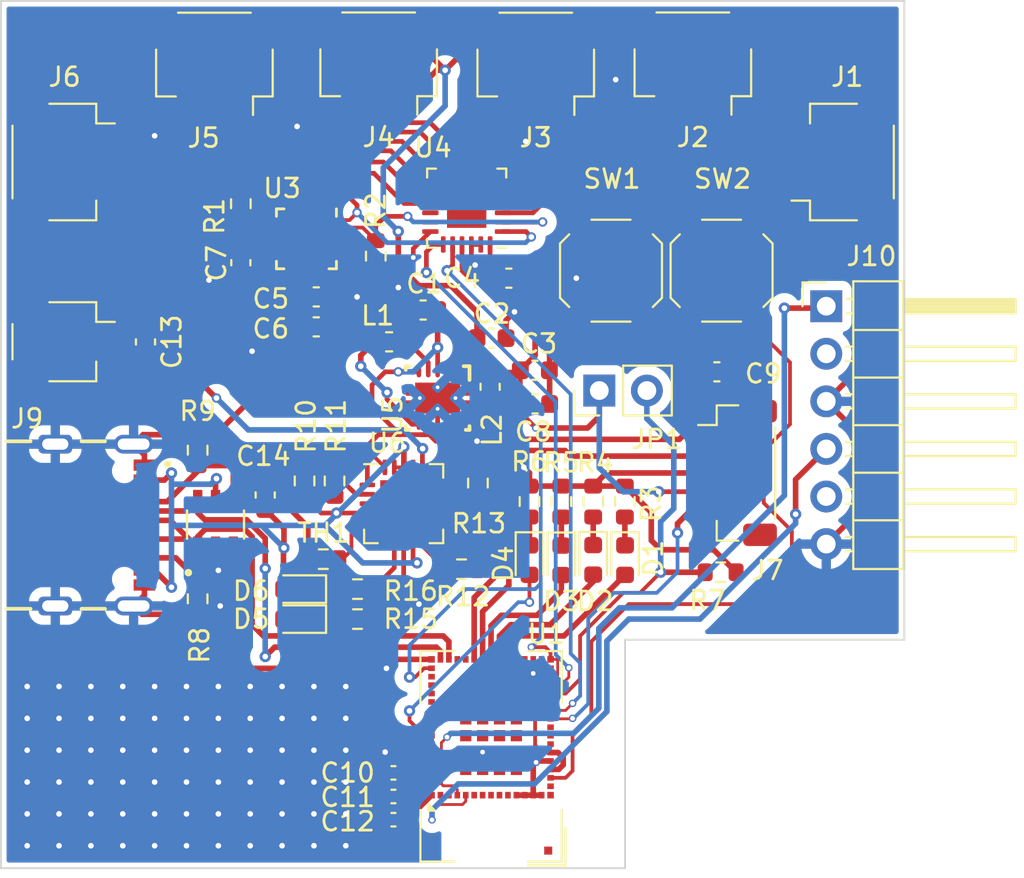
<source format=kicad_pcb>
(kicad_pcb (version 20221018) (generator pcbnew)
  (layers (0 "F.Cu" signal) (31 "B.Cu" power) (34 "B.Paste" user) (35 "F.Paste" user) (36 "B.SilkS" user "B.Silkscreen") (37 "F.SilkS" user "F.Silkscreen") (38 "B.Mask" user) (39 "F.Mask" user) (44 "Edge.Cuts" user))
  (net 0 "")
  (net 1 "+5V")
  (net 2 "GNDREF")
  (net 3 "Net-(U3-REGOUT)")
  (net 4 "Net-(D1-K)")
  (net 5 "NRST")
  (net 6 "Net-(D2-K)")
  (net 7 "PC5")
  (net 8 "Net-(D3-K)")
  (net 9 "PB11")
  (net 10 "Net-(D4-K)")
  (net 11 "PB10")
  (net 12 "SC1")
  (net 13 "SD1")
  (net 14 "SC2")
  (net 15 "SD2")
  (net 16 "SC3")
  (net 17 "SD3")
  (net 18 "SC4")
  (net 19 "SD4")
  (net 20 "SC5")
  (net 21 "SD5")
  (net 22 "SC6")
  (net 23 "SD6")
  (net 24 "SCL")
  (net 25 "SDA")
  (net 26 "ADC")
  (net 27 "PC10")
  (net 28 "Net-(U5-SW1)")
  (net 29 "Net-(U5-SW2)")
  (net 30 "SD0")
  (net 31 "SC0")
  (net 42 "PC11")
  (net 43 "PC12")
  (net 46 "PC13")
  (net 47 "PWM1")
  (net 61 "PWM2")
  (net 62 "PA14")
  (net 109 "PA13")
  (net 110 "CC1")
  (net 111 "USB_D+")
  (net 112 "USB_D-")
  (net 113 "CC2")
  (net 114 "PH3")
  (net 115 "User_GPIO")
  (net 116 "Net-(D5-K)")
  (net 117 "VBUS")
  (net 118 "Net-(D6-K)")
  (net 119 "Net-(U6-VPCC)")
  (net 120 "Net-(U6-PROG3)")
  (net 121 "Net-(U6-PROG1)")
  (net 122 "Net-(U6-THERM)")
  (net 123 "Net-(U6-STAT1{slash}~{LBO})")
  (net 124 "Net-(U6-STAT2)")
  (net 126 "VBAT")
  (net 127 "+1V8")
  (net 128 "+3.3V")
  (footprint "Connector_JST:JST_SH_SM04B-SRSS-TB_1x04-1MP_P1.00mm_Horizontal" (layer "F.Cu") (at 74.2 57.2 -90)
    (fp_text reference "J6")
    (fp_text value "IMU6" hide)
  )
  (footprint "LED_SMD:LED_0603_1608Metric" (layer "F.Cu") (at 102.5 78.4375 -90)
    (fp_text reference "D2")
    (fp_text value "LED" hide)
  )
  (footprint "Capacitor_SMD:C_0402_1005Metric" (layer "F.Cu") (at 91.843 92.31 180)
    (fp_text reference "C12")
    (fp_text value "3.3pF" hide)
  )
  (footprint "Capacitor_SMD:C_0603_1608Metric" (layer "F.Cu") (at 87.725 64.4)
    (fp_text reference "C5")
    (fp_text value "0.1uF" hide)
  )
  (footprint "Connector_JST:JST_SH_SM04B-SRSS-TB_1x04-1MP_P1.00mm_Horizontal" (layer "F.Cu") (at 82.29 51.913 180)
    (fp_text reference "J5")
    (fp_text value "IMU5" hide)
  )
  (footprint "Capacitor_SMD:C_0603_1608Metric" (layer "F.Cu") (at 78.613 66.802 -90)
    (fp_text reference "C13")
    (fp_text value "10uF" hide)
  )
  (footprint "footprints:IP4220CZ6F" (layer "F.Cu") (at 82.35 76.556 90)
    (fp_text reference "U2" hide)
    (fp_text value "IP4220CZ6F" hide)
  )
  (footprint "LED_SMD:LED_0603_1608Metric" (layer "F.Cu") (at 86.7625 81.6 180)
    (fp_text reference "D5")
    (fp_text value "LED" hide)
  )
  (footprint "Capacitor_SMD:C_0402_1005Metric" (layer "F.Cu") (at 91.843 89.81 180)
    (fp_text reference "C10")
    (fp_text value "3.3pF" hide)
  )
  (footprint "Capacitor_SMD:C_0603_1608Metric" (layer "F.Cu") (at 99.4 70.1125)
    (fp_text reference "C8")
    (fp_text value "3.3pF" hide)
  )
  (footprint "Resistor_SMD:R_0603_1608Metric" (layer "F.Cu") (at 81.395 80.518 -90)
    (fp_text reference "R8")
    (fp_text value "5.1K" hide)
  )
  (footprint "RF_Module:ST-SiP-LGA-86-11x7.3mm" (layer "F.Cu") (at 97.05 88.925 180)
    (fp_text reference "U1")
    (fp_text value "STM32WB5MMG" hide)
  )
  (footprint "Package_DFN_QFN:Texas_RGE0024C_EP2.1x2.1mm" (layer "F.Cu") (at 95.75 59.6625 180)
    (fp_text reference "U4")
    (fp_text value "TCA9548AMRGER" hide)
  )
  (footprint "footprints:USB4105-GF-A" (layer "F.Cu") (at 73.8 76.58 -90)
    (fp_text reference "J9")
    (fp_text value "USB4105-GF-A")
  )
  (footprint "Capacitor_SMD:C_0603_1608Metric" (layer "F.Cu") (at 87.725 66)
    (fp_text reference "C6")
    (fp_text value "0.1uF" hide)
  )
  (footprint "Capacitor_SMD:C_0603_1608Metric" (layer "F.Cu") (at 93.425 65.1 180)
    (fp_text reference "C1")
    (fp_text value "10uF" hide)
  )
  (footprint "Connector_JST:JST_SH_SM04B-SRSS-TB_1x04-1MP_P1.00mm_Horizontal" (layer "F.Cu") (at 107.817 51.9 180)
    (fp_text reference "J2")
    (fp_text value "IMU2" hide)
  )
  (footprint "Capacitor_SMD:C_0603_1608Metric" (layer "F.Cu") (at 85 74.975 90)
    (fp_text reference "C14")
    (fp_text value "10uF")
  )
  (footprint "Connector_PinHeader_2.54mm:PinHeader_1x02_P2.54mm_Vertical" (layer "F.Cu") (at 102.825 69.4 90)
    (fp_text reference "JP1")
    (fp_text value "Jumper_2_Bridged" hide)
  )
  (footprint "Resistor_SMD:R_0603_1608Metric" (layer "F.Cu") (at 104.19 75.325 -90)
    (fp_text reference "R3")
    (fp_text value "470" hide)
  )
  (footprint "Resistor_SMD:R_0603_1608Metric" (layer "F.Cu") (at 95.475 78.9375 180)
    (fp_text reference "R12")
    (fp_text value "100K" hide)
  )
  (footprint "LED_SMD:LED_0603_1608Metric" (layer "F.Cu") (at 86.7625 80 180)
    (fp_text reference "D6")
    (fp_text value "LED" hide)
  )
  (footprint "Resistor_SMD:R_0603_1608Metric" (layer "F.Cu") (at 100.8 75.325 -90)
    (fp_text reference "R5")
    (fp_text value "470" hide)
  )
  (footprint "Connector_JST:JST_SH_SM04B-SRSS-TB_1x04-1MP_P1.00mm_Horizontal" (layer "F.Cu") (at 115.854 57.2 90)
    (fp_text reference "J1")
    (fp_text value "IMU1" hide)
  )
  (footprint "Connector_PinHeader_2.54mm:PinHeader_1x06_P2.54mm_Horizontal" (layer "F.Cu") (at 114.935 64.897)
    (fp_text reference "J10")
    (fp_text value "ESC")
  )
  (footprint "Resistor_SMD:R_0603_1608Metric" (layer "F.Cu") (at 89.925 81.6 180)
    (fp_text reference "R15")
    (fp_text value "1K" hide)
  )
  (footprint "Resistor_SMD:R_0603_1608Metric" (layer "F.Cu") (at 81.395 72.581 90)
    (fp_text reference "R9")
    (fp_text value "5.1K" hide)
  )
  (footprint "Button_Switch_SMD:SW_SPST_SKQG_WithStem" (layer "F.Cu") (at 103.45 63 -90)
    (fp_text reference "SW1")
    (fp_text value "Reset_GPIO" hide)
  )
  (footprint "Resistor_SMD:R_0603_1608Metric" (layer "F.Cu") (at 83.7 59.425 90)
    (fp_text reference "R1")
    (fp_text value "10K" hide)
  )
  (footprint "LED_SMD:LED_0603_1608Metric" (layer "F.Cu") (at 100.8 78.4625 -90)
    (fp_text reference "D3")
    (fp_text value "LED" hide)
  )
  (footprint "Connector_JST:JST_SH_SM04B-SRSS-TB_1x04-1MP_P1.00mm_Horizontal" (layer "F.Cu") (at 91.053 51.9 180)
    (fp_text reference "J4")
    (fp_text value "IMU4" hide)
  )
  (footprint "Capacitor_SMD:C_0603_1608Metric" (layer "F.Cu") (at 99.3875 68.3175)
    (fp_text reference "C3")
    (fp_text value "10uF" hide)
  )
  (footprint "Connector_JST:JST_SH_BM05B-SRSS-TB_1x05-1MP_P1.00mm_Vertical" (layer "F.Cu") (at 110.2 73.8 -90)
    (fp_text reference "J7")
    (fp_text value "ST_Link" hide)
  )
  (footprint "Resistor_SMD:R_0603_1608Metric" (layer "F.Cu") (at 102.5 75.325 -90)
    (fp_text reference "R4")
    (fp_text value "470" hide)
  )
  (footprint "Capacitor_SMD:C_0603_1608Metric" (layer "F.Cu") (at 109.1 68.4)
    (fp_text reference "C9")
    (fp_text value "0.1uF" hide)
  )
  (footprint "Resistor_SMD:R_0603_1608Metric" (layer "F.Cu") (at 109.3 79.1)
    (fp_text reference "R7")
    (fp_text value "10K" hide)
  )
  (footprint "LED_SMD:LED_0603_1608Metric" (layer "F.Cu") (at 104.2 78.45 -90)
    (fp_text reference "D1")
    (fp_text value "LED" hide)
  )
  (footprint "Sensor_Motion:InvenSense_QFN-24_3x3mm_P0.4mm" (layer "F.Cu") (at 87.2 61.3 -90)
    (fp_text reference "U3")
    (fp_text value "ICM-20948" hide)
  )
  (footprint "Capacitor_SMD:C_0603_1608Metric" (layer "F.Cu") (at 98 63.4)
    (fp_text reference "C4")
    (fp_text value "1uF" hide)
  )
  (footprint "Resistor_SMD:R_0603_1608Metric" (layer "F.Cu") (at 88.7 74.225 90)
    (fp_text reference "R11")
    (fp_text value "100K" hide)
  )
  (footprint "Resistor_SMD:R_0603_1608Metric" (layer "F.Cu") (at 89.925 80 180)
    (fp_text reference "R16")
    (fp_text value "1K" hide)
  )
  (footprint "Inductor_SMD:L_0603_1608Metric" (layer "F.Cu") (at 91.6125 66.8)
    (fp_text reference "L1")
    (fp_text value "2.2uH" hide)
  )
  (footprint "Capacitor_SMD:C_0603_1608Metric" (layer "F.Cu") (at 97.075 66.6)
    (fp_text reference "C2")
    (fp_text value "10uF" hide)
  )
  (footprint "Button_Switch_SMD:SW_SPST_SKQG_WithStem" (layer "F.Cu") (at 109.35 63 -90)
    (fp_text reference "SW2")
    (fp_text value "User_GPIO" hide)
  )
  (footprint "Capacitor_SMD:C_0603_1608Metric" (layer "F.Cu") (at 83.7 62.575 90)
    (fp_text reference "C7")
    (fp_text value "0.1uF" hide)
  )
  (footprint "Resistor_SMD:R_0603_1608Metric" (layer "F.Cu") (at 87.1 74.225 -90)
    (fp_text reference "R10")
    (fp_text value "270K" hide)
  )
  (footprint "footprints:TPS62402QDRCRQ1" (layer "F.Cu") (at 94.2 69.8 -90)
    (fp_text reference "U5")
    (fp_text value "TPS62402QDRCRQ1")
  )
  (footprint "Inductor_SMD:L_0603_1608Metric" (layer "F.Cu") (at 97 69.2 90)
    (fp_text reference "L2")
    (fp_text value "2.2uH" hide)
  )
  (footprint "Resistor_SMD:R_0603_1608Metric" (layer "F.Cu") (at 90.9 62.225 90)
    (fp_text reference "R2")
    (fp_text value "10K" hide)
  )
  (footprint "Resistor_SMD:R_0603_1608Metric" (layer "F.Cu") (at 99.1 75.325 -90)
    (fp_text reference "R6")
    (fp_text value "470" hide)
  )
  (footprint "Capacitor_SMD:C_0402_1005Metric" (layer "F.Cu") (at 91.843 91.07 180)
    (fp_text reference "C11")
    (fp_text value "3.3pF" hide)
  )
  (footprint "Package_DFN_QFN:QFN-20-1EP_4x4mm_P0.5mm_EP2.5x2.5mm" (layer "F.Cu") (at 92.3875 75.4375)
    (fp_text reference "U6")
    (fp_text value "MCP73871" hide)
  )
  (footprint "LED_SMD:LED_0603_1608Metric" (layer "F.Cu") (at 99.1 78.45 -90)
    (fp_text reference "D4")
    (fp_text value "LED" hide)
  )
  (footprint "Connector_JST:JST_SH_SM02B-SRSS-TB_1x02-1MP_P1.00mm_Horizontal" (layer "F.Cu") (at 74.2 66.794 -90)
    (fp_text reference "J8" hide)
    (fp_text value "BATT" hide)
  )
  (footprint "Resistor_SMD:R_0603_1608Metric" (layer "F.Cu") (at 88.1 78.4)
    (fp_text reference "TH1")
    (fp_text value "16K" hide)
  )
  (footprint "Connector_JST:JST_SH_SM04B-SRSS-TB_1x04-1MP_P1.00mm_Horizontal" (layer "F.Cu") (at 99.435 51.913 180)
    (fp_text reference "J3")
    (fp_text value "IMU3" hide)
  )
  (footprint "Resistor_SMD:R_0603_1608Metric" (layer "F.Cu") (at 96.35 74.3375 90)
    (fp_text reference "R13")
    (fp_text value "1K" hide)
  )
  (gr_line (start 70.9 94.9) (end 70.9 48.6) (stroke (width 0.1)) (layer "Edge.Cuts"))
  (gr_line (start 119.1 82.7) (end 104.2 82.7) (stroke (width 0.1)) (layer "Edge.Cuts"))
  (gr_line (start 70.9 94.9) (end 104.2 94.9) (stroke (width 0.1)) (layer "Edge.Cuts"))
  (gr_line (start 119.1 48.6) (end 119.1 82.7) (stroke (width 0.1)) (layer "Edge.Cuts"))
  (gr_line (start 104.2 94.9) (end 104.2 82.7) (stroke (width 0.1)) (layer "Edge.Cuts"))
  (gr_line (start 70.9 48.6) (end 119.1 48.6) (stroke (width 0.1)) (layer "Edge.Cuts"))
  (segment (start 91.045 71.755) (end 90.45 72.35) (width 0.25) (layer "F.Cu") (net 1))
  (segment (start 93.7 71.6) (end 93.7 71.2) (width 0.25) (layer "F.Cu") (net 1))
  (segment (start 90.7 70.2656) (end 92.1894 71.755) (width 0.25) (layer "F.Cu") (net 1))
  (segment (start 93.755 71.755) (end 94.1 72.1) (width 0.25) (layer "F.Cu") (net 1))
  (segment (start 94.1 72.1) (end 94.35 72.1) (width 0.25) (layer "F.Cu") (net 1))
  (segment (start 93.2 68.4) (end 91.4 68.4) (width 0.25) (layer "F.Cu") (net 1))
  (segment (start 90.7 69.1) (end 90.7 70.2656) (width 0.25) (layer "F.Cu") (net 1))
  (segment (start 91.4 68.4) (end 90.7 69.1) (width 0.25) (layer "F.Cu") (net 1))
  (segment (start 92.1894 71.755) (end 91.045 71.755) (width 0.25) (layer "F.Cu") (net 1))
  (segment (start 94.7 71.75) (end 94.7 71.2) (width 0.25) (layer "F.Cu") (net 1))
  (segment (start 93.545 71.755) (end 93.7 71.6) (width 0.25) (layer "F.Cu") (net 1))
  (segment (start 90.45 72.5625) (end 90.45 72.35) (width 0.2) (layer "F.Cu") (net 1))
  (segment (start 90.45 72.35) (end 90.45 74.4375) (width 0.25) (layer "F.Cu") (net 1))
  (segment (start 94.2 67.1) (end 94.2 68.4) (width 0.25) (layer "F.Cu") (net 1))
  (segment (start 93.35533 71.755) (end 93.755 71.755) (width 0.25) (layer "F.Cu") (net 1))
  (segment (start 92.1894 71.755) (end 93.35533 71.755) (width 0.25) (layer "F.Cu") (net 1))
  (segment (start 94.35 72.1) (end 94.7 71.75) (width 0.25) (layer "F.Cu") (net 1))
  (segment (start 94.2 67.1) (end 94.2 65.1) (width 0.3) (layer "F.Cu") (net 1))
  (segment (start 91.3875 73.5) (end 90.45 72.5625) (width 0.2) (layer "F.Cu") (net 1))
  (segment (start 93.35533 71.755) (end 93.545 71.755) (width 0.25) (layer "F.Cu") (net 1))
  (via (at 94.2 67.1) (size 0.6) (drill 0.3) (layers "F.Cu" "B.Cu") (net 1))
  (via (at 92.1 68.4) (size 0.5) (drill 0.3) (layers "F.Cu" "B.Cu") (net 1))
  (segment (start 92.9 68.4) (end 92.1 68.4) (width 0.3) (layer "B.Cu") (net 1))
  (segment (start 94.2 67.1) (end 92.9 68.4) (width 0.3) (layer "B.Cu") (net 1))
  (segment (start 78.613 68.974) (end 81.395 71.756) (width 0.3) (layer "F.Cu") (net 2))
  (segment (start 88.5 66) (end 88.5 64.4) (width 0.3) (layer "F.Cu") (net 2))
  (segment (start 117 75.532) (end 117 72.042) (width 0.3) (layer "F.Cu") (net 2))
  (segment (start 88.425 61.9) (end 88.195 62.13) (width 0.2) (layer "F.Cu") (net 2))
  (segment (start 92.65 64.45) (end 92.1 63.9) (width 0.3) (layer "F.Cu") (net 2))
  (segment (start 91.553 53.9) (end 91.553 53.125001) (width 0.3) (layer "F.Cu") (net 2))
  (segment (start 98.3 65.2) (end 97.85 65.65) (width 0.3) (layer "F.Cu") (net 2))
  (segment (start 99.3 89.4) (end 99.45 89.25) (width 0.15) (layer "F.Cu") (net 2))
  (segment (start 79.1 55.8) (end 78.3 56.6) (width 0.3) (layer "F.Cu") (net 2))
  (segment (start 97.85 65.65) (end 97.85 66.6) (width 0.3) (layer "F.Cu") (net 2))
  (segment (start 93.8125 60.9125) (end 92.9 61.825) (width 0.25) (layer "F.Cu") (net 2))
  (segment (start 91.47 84.23) (end 84.282 84.23) (width 0.3) (layer "F.Cu") (net 2))
  (segment (start 104.19 74.5) (end 105.6 75.91) (width 0.3) (layer "F.Cu") (net 2))
  (segment (start 93.3875 77.675) (end 94.65 78.9375) (width 0.25) (layer "F.Cu") (net 2))
  (segment (start 109.4 67.3) (end 108.137868 67.3) (width 0.3) (layer "F.Cu") (net 2))
  (segment (start 90.927999 52.5) (end 88 52.5) (width 0.3) (layer "F.Cu") (net 2))
  (segment (start 73.8 80.9) (end 77.98 80.9) (width 0.3) (layer "F.Cu") (net 2))
  (segment (start 117.2 64.1) (end 117.2 67.712) (width 0.3) (layer "F.Cu") (net 2))
  (segment (start 86.7 53.8) (end 86.7 55.3) (width 0.3) (layer "F.Cu") (net 2))
  (segment (start 84.8 74.2) (end 84.4 73.8) (width 0.25) (layer "F.Cu") (net 2))
  (segment (start 99.935 55.065) (end 98.9 56.1) (width 0.25) (layer "F.Cu") (net 2))
  (segment (start 101.6 59.337868) (end 102.637868 58.3) (width 0.3) (layer "F.Cu") (net 2))
  (segment (start 82.157 81.343) (end 82.6 80.9) (width 0.3) (layer "F.Cu") (net 2))
  (segment (start 91.363 93.263) (end 91.363 92.31) (width 0.3) (layer "F.Cu") (net 2))
  (segment (start 100.225 89.175) (end 99.525 89.175) (width 0.3) (layer "F.Cu") (net 2))
  (segment (start 88.2 62.8) (end 88.2 64.1) (width 0.2) (layer "F.Cu") (net 2))
  (segment (start 78.613 67.577) (end 78.613 68.974) (width 0.3) (layer "F.Cu") (net 2))
  (segment (start 92.06 93.96) (end 91.363 93.263) (width 0.3) (layer "F.Cu") (net 2))
  (segment (start 94.325 76.4375) (end 93.3875 76.4375) (width 0.25) (layer "F.Cu") (net 2))
  (segment (start 78.555 73.38) (end 78.555 72.835) (width 0.3) (layer "F.Cu") (net 2))
  (segment (start 78.555 72.835) (end 77.98 72.26) (width 0.3) (layer "F.Cu") (net 2))
  (segment (start 82.35 78.95) (end 82.35 77.801) (width 0.3) (layer "F.Cu") (net 2))
  (segment (start 88.7 75.05) (end 87.85 74.2) (width 0.25) (layer "F.Cu") (net 2))
  (segment (start 98.775 63.4) (end 101.6 63.4) (width 0.25) (layer "F.Cu") (net 2))
  (segment (start 73.8 72.26) (end 77.98 72.26) (width 0.3) (layer "F.Cu") (net 2))
  (segment (start 85.7 61.1) (end 84.4 61.1) (width 0.2) (layer "F.Cu") (net 2))
  (segment (start 94.2 69.225) (end 94.7 68.725) (width 0.25) (layer "F.Cu") (net 2))
  (segment (start 97.1 52.5) (end 99.4 52.5) (width 0.25) (layer "F.Cu") (net 2))
  (segment (start 95.4 70.05) (end 95.15 69.8) (width 0.25) (layer "F.Cu") (net 2))
  (segment (start 91.363 92.31) (end 91.363 89.81) (width 0.3) (layer "F.Cu") (net 2))
  (segment (start 112.3 58.479001) (end 112.3 59.2) (width 0.3) (layer "F.Cu") (net 2))
  (segment (start 78.423 81.343) (end 77.98 80.9) (width 0.3) (layer "F.Cu") (net 2))
  (segment (start 101.6 59.9) (end 101.6 59.337868) (width 0.3) (layer "F.Cu") (net 2))
  (segment (start 112.3 59.2) (end 117.2 64.1) (width 0.3) (layer "F.Cu") (net 2))
  (segment (start 76.2 67.294) (end 78.33 67.294) (width 0.3) (layer "F.Cu") (net 2))
  (segment (start 107.5 59.1) (end 107.5 59.9) (width 0.3) (layer "F.Cu") (net 2))
  (segment (start 109.875 67.775) (end 109.4 67.3) (width 0.3) (layer "F.Cu") (net 2))
  (segment (start 92.75 69.55) (end 93 69.55) (width 0.25) (layer "F.Cu") (net 2))
  (segment (start 107.5 59.9) (end 107.5 59.337868) (width 0.3) (layer "F.Cu") (net 2))
  (segment (start 81.395 71.756) (end 82.356 71.756) (width 0.3) (layer "F.Cu") (net 2))
  (segment (start 73.8 80.9) (end 73.8 72.26) (width 0.3) (layer "F.Cu") (net 2))
  (segment (start 88.195 62.13) (end 88.195 62.795) (width 0.2) (layer "F.Cu") (net 2))
  (segment (start 87.85 74.2) (end 84.8 74.2) (width 0.25) (layer "F.Cu") (net 2))
  (segment (start 81.395 81.343) (end 78.423 81.343) (width 0.3) (layer "F.Cu") (net 2))
  (segment (start 109.875 68.4) (end 109.875 67.775) (width 0.3) (layer "F.Cu") (net 2))
  (segment (start 105.6 75.91) (end 105.6 77.4) (width 0.3) (layer "F.Cu") (net 2))
  (segment (start 94.2 71.2) (end 94.2 69.225) (width 0.25) (layer "F.Cu") (net 2))
  (segment (start 108.317 53.9) (end 108.317 53.125001) (width 0.3) (layer "F.Cu") (net 2))
  (segment (start 117 72.042) (end 114.935 69.977) (width 0.3) (layer "F.Cu") (net 2))
  (segment (start 76.3 56.6) (end 76.2 56.7) (width 0.3) (layer "F.Cu") (net 2))
  (segment (start 106.1 77.9) (end 108.925 77.9) (width 0.3) (layer "F.Cu") (net 2))
  (segment (start 78.484 71.756) (end 77.98 72.26) (width 0.3) (layer "F.Cu") (net 2))
  (segment (start 99.935 53.913) (end 99.935 55.065) (width 0.25) (layer "F.Cu") (net 2))
  (segment (start 91.4 89.773) (end 91.363 89.81) (width 0.3) (layer "F.Cu") (net 2))
  (segment (start 106.7 58.3) (end 107.5 59.1) (width 0.3) (layer "F.Cu") (net 2))
  (segment (start 107.5 66.1) (end 107.5 59.9) (width 0.3) (layer "F.Cu") (net 2))
  (segment (start 95.65 70.05) (end 95.4 70.05) (width 0.25) (layer "F.Cu") (net 2))
  (segment (start 108.925 77.9) (end 110.125 79.1) (width 0.3) (layer "F.Cu") (net 2))
  (segment (start 84.282 84.23) (end 81.395 81.343) (width 0.3) (layer "F.Cu") (net 2))
  (segment (start 103.2 73.8) (end 102.5 74.5) (width 0.3) (layer "F.Cu") (net 2))
  (segment (start 78.3 56.6) (end 76.3 56.6) (width 0.3) (layer "F.Cu") (net 2))
  (segment (start 84.3 69.812) (end 82.356 71.756) (width 0.3) (layer "F.Cu") (net 2))
  (segment (start 100.175 67.525) (end 101.6 66.1) (width 0.3) (layer "F.Cu") (net 2))
  (segment (start 88 52.5) (end 86.7 53.8) (width 0.3) (layer "F.Cu") (net 2))
  (segment (start 96.3 72.1) (end 96.35 72.15) (width 0.25) (layer "F.Cu") (net 2))
  (segment (start 107.991999 52.8) (end 103.7 52.8) (width 0.3) (layer "F.Cu") (net 2))
  (segment (start 92.65 65.1) (end 92.65 64.45) (width 0.3) (layer "F.Cu") (net 2))
  (segment (start 78.33 67.294) (end 78.613 67.577) (width 0.3) (layer "F.Cu") (net 2))
  (segment (start 96.35 72.15) (end 96.35 73.5125) (width 0.25) (layer "F.Cu") (net 2))
  (segment (start 94.7 68.725) (end 94.7 68.4) (width 0.25) (layer "F.Cu") (net 2))
  (segment (start 99.575 84.225) (end 99.3 84.5) (width 0.15) (layer "F.Cu") (net 2))
  (segment (start 82 65) (end 82 63.5) (width 0.3) (layer "F.Cu") (net 2))
  (segment (start 91.4 88.7) (end 91.4 89.773) (width 0.3) (layer "F.Cu") (net 2))
  (segment (start 92.9 61.825) (end 92.9 62.3) (width 0.25) (layer "F.Cu") (net 2))
  (segment (start 81.395 71.756) (end 78.484 71.756) (width 0.3) (layer "F.Cu") (net 2))
  (segment (start 95.65 69.55) (end 95.4 69.55) (width 0.25) (layer "F.Cu") (net 2))
  (segment (start 96 62.5) (end 96.2 62.7) (width 0.25) (layer "F.Cu") (net 2))
  (segment (start 87.275 76.675) (end 87.275 78.4) (width 0.3) (layer "F.Cu") (net 2))
  (segment (start 82.5 79.1) (end 82.35 78.95) (width 0.3) (layer "F.Cu") (net 2))
  (segment (start 113.079001 57.7) (end 112.3 58.479001) (width 0.3) (layer "F.Cu") (net 2))
  (segment (start 100.175 70.1125) (end 100.175 67.525) (width 0.3) (layer "F.Cu") (net 2))
  (segment (start 100.225 84.225) (end 99.575 84.225) (width 0.15) (layer "F.Cu") (net 2))
  (segment (start 108.875 73.8) (end 103.2 73.8) (width 0.3) (layer "F.Cu") (net 2))
  (segment (start 113.854 57.7) (end 113.079001 57.7) (width 0.3) (layer "F.Cu") (net 2))
  (segment (start 98.4 91) (end 99.75 91) (width 0.3) (layer "F.Cu") (net 2))
  (segment (start 94.65 78.9375) (end 94.65 79.35) (width 0.25) (layer "F.Cu") (net 2))
  (segment (start 93.25 69.8) (end 95.15 69.8) (width 0.25) (layer "F.Cu") (net 2))
  (segment (start 88.5 64.4) (end 89.9 64.4) (width 0.3) (layer "F.Cu") (net 2))
  (segment (start 82.356 71.756) (end 84.4 73.8) (width 0.3) (layer "F.Cu") (net 2))
  (segment (start 78.555 79.78) (end 78.555 80.325) (width 0.3) (layer "F.Cu") (net 2))
  (segment (start 94.65 79.35) (end 93.2 80.8) (width 0.25) (layer "F.Cu") (net 2))
  (segment (start 82 63.5) (end 83.7 61.8) (width 0.3) (layer "F.Cu") (net 2))
  (segment (start 107.5 66.662132) (end 107.5 66.1) (width 0.3) (layer "F.Cu") (net 2))
  (segment (start 91.47 84.23) (end 91.4 84.3) (width 0.3) (layer "F.Cu") (net 2))
  (segment (start 84.4 73.8) (end 87.275 76.675) (width 0.3) (layer "F.Cu") (net 2))
  (segment (start 96.6 88.725) (end 96.6 88.7) (width 0.15) (layer "F.Cu") (net 2))
  (segment (start 107.5 59.337868) (end 109.137868 57.7) (width 0.3) (layer "F.Cu") (net 2))
  (segment (start 92.75 70.05) (end 93 70.05) (width 0.25) (layer "F.Cu") (net 2))
  (segment (start 83.402001 55.3) (end 82.79 54.687999) (width 0.3) (layer "F.Cu") (net 2))
  (segment (start 88.7 61.9) (end 88.425 61.9) (width 0.2) (layer "F.Cu") (net 2))
  (segment (start 82.79 54.687999) (end 82.79 53.913) (width 0.3) (layer "F.Cu") (net 2))
  (segment (start 99.1 74.5) (end 99.1 73.8) (width 0.3) (layer "F.Cu") (net 2))
  (segment (start 88.2 64.1) (end 88.5 64.4) (width 0.2) (layer "F.Cu") (net 2))
  (segment (start 108.137868 67.3) (end 107.5 66.662132) (width 0.3) (layer "F.Cu") (net 2))
  (segment (start 91.4 84.3) (end 91.4 88.7) (width 0.3) (layer "F.Cu") (net 2))
  (segment (start 101.6 63.4) (end 101.6 59.9) (width 0.3) (layer "F.Cu") (net 2))
  (segment (start 93 70.05) (end 93.25 69.8) (width 0.25) (layer "F.Cu") (net 2))
  (segment (start 91.553 53.125001) (end 90.927999 52.5) (width 0.3) (layer "F.Cu") (net 2))
  (segment (start 117.2 67.712) (end 114.935 69.977) (width 0.3) (layer "F.Cu") (net 2))
  (segment (start 101.6 66.1) (end 101.6 63.4) (width 0.3) (layer "F.Cu") (net 2))
  (segment (start 84.4 61.1) (end 83.7 61.8) (width 0.2) (layer "F.Cu") (net 2))
  (segment (start 84.3 67.3) (end 84.3 69.812) (width 0.3) (layer "F.Cu") (net 2))
  (segment (start 99.1 74.5) (end 104.19 74.5) (width 0.3) (layer "F.Cu") (net 2))
  (segment (start 86.7 55.3) (end 83.402001 55.3) (width 0.3) (layer "F.Cu") (net 2))
  (segment (start 93.3875 77.375) (end 93.3875 77.675) (width 0.25) (layer "F.Cu") (net 2))
  (segment (start 96 61.6) (end 96 62.5) (width 0.25) (layer "F.Cu") (net 2))
  (segment (start 99.1 73.8) (end 98.8 73.5) (width 0.3) (layer "F.Cu") (net 2))
  (segment (start 99.525 89.175) (end 99.45 89.25) (width 0.3) (layer "F.Cu") (net 2))
  (segment (start 108.317 53.125001) (end 107.991999 52.8) (width 0.3) (layer "F.Cu") (net 2))
  (segment (start 93.875 83.75) (end 91.95 83.75) (width 0.3) (layer "F.Cu") (net 2))
  (segment (start 81.395 81.343) (end 82.157 81.343) (width 0.3) (layer "F.Cu") (net 2))
  (segment (start 99.4 52.5) (end 99.935 53.035) (width 0.25) (layer "F.Cu") (net 2))
  (segment (start 96 53.6) (end 97.1 52.5) (width 0.25) (layer "F.Cu") (net 2))
  (segment (start 99.3 89.4) (end 99.3 91) (width 0.3) (layer "F.Cu") (net 2))
  (segment (start 93.3875 77.375) (end 93.3875 76.4375) (width 0.25) (layer "F.Cu") (net 2))
  (segment (start 102.637868 58.3) (end 106.7 58.3) (width 0.3) (layer "F.Cu") (net 2))
  (segment (start 114.935 77.597) (end 117 75.532) (width 0.3) (layer "F.Cu") (net 2))
  (segment (start 109.137868 57.7) (end 113.854 57.7) (width 0.3) (layer "F.Cu") (net 2))
  (segment (start 96 57.725) (end 96 53.6) (width 0.25) (layer "F.Cu") (net 2))
  (segment (start 88.195 62.795) (end 88.2 62.8) (width 0.2) (layer "F.Cu") (net 2))
  (segment (start 94 93.96) (end 92.06 93.96) (width 0.3) (layer "F.Cu") (net 2))
  (segment (start 91.95 83.75) (end 91.47 84.23) (width 0.3) (layer "F.Cu") (net 2))
  (segment (start 93.3875 76.4375) (end 92.3875 75.4375) (width 0.25) (layer "F.Cu") (net 2))
  (segment (start 105.6 77.4) (end 106.1 77.9) (width 0.3) (layer "F.Cu") (net 2))
  (segment (start 95.4 69.55) (end 95.15 69.8) (width 0.25) (layer "F.Cu") (net 2))
  (segment (start 99.935 53.035) (end 99.935 53.913) (width 0.25) (layer "F.Cu") (net 2))
  (segment (start 96 61.6) (end 96.5 61.6) (width 0.25) (layer "F.Cu") (net 2))
  (segment (start 78.555 80.325) (end 77.98 80.9) (width 0.3) (layer "F.Cu") (net 2))
  (segment (start 93 69.55) (end 93.25 69.8) (width 0.25) (layer "F.Cu") (net 2))
  (segment (start 84.3 67.3) (end 82 65) (width 0.3) (layer "F.Cu") (net 2))
  (via (at 75.7 88.6) (size 0.6) (drill 0.3) (layers "F.Cu" "B.Cu") (net 2))
  (via (at 72.3 93.7) (size 0.6) (drill 0.3) (layers "F.Cu" "B.Cu") (net 2))
  (via (at 84.2 88.6) (size 0.6) (drill 0.3) (layers "F.Cu" "B.Cu") (net 2))
  (via (at 101.6 63.4) (size 0.6) (drill 0.3) (layers "F.Cu" "B.Cu") (net 2))
  (via (at 85.9 93.7) (size 0.6) (drill 0.3) (layers "F.Cu" "B.Cu") (net 2))
  (via (at 82.5 86.9) (size 0.6) (drill 0.3) (layers "F.Cu" "B.Cu") (net 2))
  (via (at 77.4 85.2) (size 0.6) (drill 0.3) (layers "F.Cu" "B.Cu") (net 2))
  (via (at 98.9 56.1) (size 0.6) (drill 0.3) (layers "F.Cu" "B.Cu") (net 2))
  (via (at 77.4 93.7) (size 0.6) (drill 0.3) (layers "F.Cu" "B.Cu") (net 2))
  (via (at 84.2 90.3) (size 0.6) (drill 0.3) (layers "F.Cu" "B.Cu") (net 2))
  (via (at 74 92) (size 0.6) (drill 0.3) (layers "F.Cu" "B.Cu") (net 2))
  (via (at 82 63.5) (size 0.6) (drill 0.3) (layers "F.Cu" "B.Cu") (net 2))
  (via (at 89.3 93.7) (size 0.6) (drill 0.3) (layers "F.Cu" "B.Cu") (net 2))
  (via (at 80.8 88.6) (size 0.6) (drill 0.3) (layers "F.Cu" "B.Cu") (net 2))
  (via (at 72.3 88.6) (size 0.6) (drill 0.3) (layers "F.Cu" "B.Cu") (net 2))
  (via (at 74 85.2) (size 0.6) (drill 0.3) (layers "F.Cu" "B.Cu") (net 2))
  (via (at 79.1 55.8) (size 0.6) (drill 0.3) (layers "F.Cu" "B.Cu") (net 2))
  (via (at 86.7 55.3) (size 0.6) (drill 0.3) (layers "F.Cu" "B.Cu") (net 2))
  (via (at 82.5 90.3) (size 0.6) (drill 0.3) (layers "F.Cu" "B.Cu") (net 2))
  (via (at 85.9 90.3) (size 0.6) (drill 0.3) (layers "F.Cu" "B.Cu") (net 2))
  (via (at 85.9 85.2) (size 0.6) (drill 0.3) (layers "F.Cu" "B.Cu") (net 2))
  (via (at 96.6 88.7) (size 0.4) (drill 0.25) (layers "F.Cu" "B.Cu") (net 2))
  (via (at 98.8 73.5) (size 0.5) (drill 0.3) (layers "F.Cu" "B.Cu") (net 2))
  (via (at 72.3 85.2) (size 0.6) (drill 0.3) (layers "F.Cu" "B.Cu") (net 2))
  (via (at 91.4 88.7) (size 0.6) (drill 0.3) (layers "F.Cu" "B.Cu") (net 2))
  (via (at 80.8 92) (size 0.6) (drill 0.3) (layers "F.Cu" "B.Cu") (net 2))
  (via (at 72.3 90.3) (size 0.6) (drill 0.3) (layers "F.Cu" "B.Cu") (net 2))
  (via (at 79.1 88.6) (size 0.6) (drill 0.3) (layers "F.Cu" "B.Cu") (net 2))
  (via (at 87.6 92) (size 0.6) (drill 0.3) (layers "F.Cu" "B.Cu") (net 2))
  (via (at 89.3 88.6) (size 0.6) (drill 0.3) (layers "F.Cu" "B.Cu") (net 2))
  (via (at 87.6 88.6) (size 0.6) (drill 0.3) (layers "F.Cu" "B.Cu") (net 2))
  (via (at 75.7 90.3) (size 0.6) (drill 0.3) (layers "F.Cu" "B.Cu") (net 2))
  (via (at 89.9 64.4) (size 0.5) (drill 0.3) (layers "F.Cu" "B.Cu") (net 2))
  (via (at 92.1 63.9) (size 0.6) (drill 0.3) (layers "F.Cu" "B.Cu") (net 2))
  (via (at 79.1 86.9) (size 0.6) (drill 0.3) (layers "F.Cu" "B.Cu") (net 2))
  (via (at 91.47 84.23) (size 0.6) (drill 0.3) (layers "F.Cu" "B.Cu") (net 2))
  (via (at 82.5 88.6) (size 0.6) (drill 0.3) (layers "F.Cu" "B.Cu") (net 2))
  (via (at 72.3 86.9) (size 0.6) (drill 0.3) (layers "F.Cu" "B.Cu") (net 2))
  (via (at 79.1 90.3) (size 0.6) (drill 0.3) (layers "F.Cu" "B.Cu") (net 2))
  (via (at 87.6 90.3) (size 0.6) (drill 0.3) (layers "F.Cu" "B.Cu") (net 2))
  (via (at 74 93.7) (size 0.6) (drill 0.3) (layers "F.Cu" "B.Cu") (net 2))
  (via (at 87.6 86.9) (size 0.6) (drill 0.3) (layers "F.Cu" "B.Cu") (net 2))
  (via (at 82.6 80.9) (size 0.6) (drill 0.3) (layers "F.Cu" "B.Cu") (net 2))
  (via (at 82.5 85.2) (size 0.6) (drill 0.3) (layers "F.Cu" "B.Cu") (net 2))
  (via (at 89.3 85.2) (size 0.6) (drill 0.3) (layers "F.Cu" "B.Cu") (net 2))
  (via (at 85.9 86.9) (size 0.6) (drill 0.3) (layers "F.Cu" "B.Cu") (net 2))
  (via (at 79.1 92) (size 0.6) (drill 0.3) (layers "F.Cu" "B.Cu") (net 2))
  (via (at 87.6 85.2) (size 0.6) (drill 0.3) (layers "F.Cu" "B.Cu") (net 2))
  (via (at 84.3 67.3) (size 0.5) (drill 0.3) (layers "F.Cu" "B.Cu") (net 2))
  (via (at 75.7 85.2) (size 0.6) (drill 0.3) (layers "F.Cu" "B.Cu") (net 2))
  (via (at 96.3 72.1) (size 0.6) (drill 0.3) (layers "F.Cu" "B.Cu") (net 2))
  (via (at 98.3 65.2) (size 0.6) (drill 0.3) (layers "F.Cu" "B.Cu") (net 2))
  (via (at 74 88.6) (size 0.6) (drill 0.3) (layers "F.Cu" "B.Cu") (net 2))
  (via (at 80.8 90.3) (size 0.6) (drill 0.3) (layers "F.Cu" "B.Cu") (net 2))
  (via (at 74 86.9) (size 0.6) (drill 0.3) (layers "F.Cu" "B.Cu") (net 2))
  (via (at 75.7 93.7) (size 0.6) (drill 0.3) (layers "F.Cu" "B.Cu") (net 2))
  (via (at 74 90.3) (size 0.6) (drill 0.3) (layers "F.Cu" "B.Cu") (net 2))
  (via (at 85.9 92) (size 0.6) (drill 0.3) (layers "F.Cu" "B.Cu") (net 2))
  (via (at 84.2 86.9) (size 0.6) (drill 0.3) (layers "F.Cu" "B.Cu") (net 2))
  (via (at 99.3 84.5) (size 0.4) (drill 0.25) (layers "F.Cu" "B.Cu") (net 2))
  (via (at 87.6 93.7) (size 0.6) (drill 0.3) (layers "F.Cu" "B.Cu") (net 2))
  (via (at 80.8 93.7) (size 0.6) (drill 0.3) (layers "F.Cu" "B.Cu") (net 2))
  (via (at 77.4 86.9) (size 0.6) (drill 0.3) (layers "F.Cu" "B.Cu") (net 2))
  (via (at 77.4 90.3) (size 0.6) (drill 0.3) (layers "F.Cu" "B.Cu") (net 2))
  (via (at 77.4 88.6) (size 0.6) (drill 0.3) (layers "F.Cu" "B.Cu") (net 2))
  (via (at 80.8 85.2) (size 0.6) (drill 0.3) (layers "F.Cu" "B.Cu") (net 2))
  (via (at 77.4 92) (size 0.6) (drill 0.3) (layers "F.Cu" "B.Cu") (net 2))
  (via (at 93.2 80.8) (size 0.6) (drill 0.3) (layers "F.Cu" "B.Cu") (net 2))
  (via (at 79.1 85.2) (size 0.6) (drill 0.3) (layers "F.Cu" "B.Cu") (net 2))
  (via (at 75.7 92) (size 0.6) (drill 0.3) (layers "F.Cu" "B.Cu") (net 2))
  (via (at 82.5 79) (size 0.6) (drill 0.3) (layers "F.Cu" "B.Cu") (net 2))
  (via (at 89.3 92) (size 0.6) (drill 0.3) (layers "F.Cu" "B.Cu") (net 2))
  (via (at 96.2 62.7) (size 0.5) (drill 0.3) (layers "F.Cu" "B.Cu") (net 2))
  (via (at 82.5 93.7) (size 0.6) (drill 0.3) (layers "F.Cu" "B.Cu") (net 2))
  (via (at 79.1 93.7) (size 0.6) (drill 0.3) (layers "F.Cu" "B.Cu") (net 2))
  (via (at 80.8 86.9) (size 0.6) (drill 0.3) (layers "F.Cu" "B.Cu") (net 2))
  (via (at 84.2 92) (size 0.6) (drill 0.3) (layers "F.Cu" "B.Cu") (net 2))
  (via (at 99.45 89.25) (size 0.4) (drill 0.25) (layers "F.Cu" "B.Cu") (net 2))
  (via (at 92.9 62.3) (size 0.4) (drill 0.25) (layers "F.Cu" "B.Cu") (net 2))
  (via (at 103.7 52.8) (size 0.5) (drill 0.3) (layers "F.Cu" "B.Cu") (net 2))
  (via (at 82.5 92) (size 0.6) (drill 0.3) (layers "F.Cu" "B.Cu") (net 2))
  (via (at 72.3 92) (size 0.6) (drill 0.3) (layers "F.Cu" "B.Cu") (net 2))
  (via (at 84.2 85.2) (size 0.6) (drill 0.3) (layers "F.Cu" "B.Cu") (net 2))
  (via (at 85.9 88.6) (size 0.6) (drill 0.3) (layers "F.Cu" "B.Cu") (net 2))
  (via (at 89.3 90.3) (size 0.6) (drill 0.3) (layers "F.Cu" "B.Cu") (net 2))
  (via (at 75.7 86.9) (size 0.6) (drill 0.3) (layers "F.Cu" "B.Cu") (net 2))
  (via (at 89.3 86.9) (size 0.6) (drill 0.3) (layers "F.Cu" "B.Cu") (net 2))
  (via (at 84.2 93.7) (size 0.6) (drill 0.3) (layers "F.Cu" "B.Cu") (net 2))
  (segment (start 97.4 72.1) (end 96.3 72.1) (width 0.3) (layer "B.Cu") (net 2))
  (segment (start 98.8 73.5) (end 97.4 72.1) (width 0.3) (layer "B.Cu") (net 2))
  (segment (start 96.6 84.5) (end 92.4 88.7) (width 0.3) (layer "B.Cu") (net 2))
  (segment (start 90.4 63.9) (end 89.9 64.4) (width 0.3) (layer "B.Cu") (net 2))
  (segment (start 101.6 58.8) (end 101.6 63.4) (width 0.25) (layer "B.Cu") (net 2))
  (segment (start 86.2 55.8) (end 86.7 55.3) (width 0.3) (layer "B.Cu") (net 2))
  (segment (start 82.6 79.2) (end 82.5 79.1) (width 0.3) (layer "B.Cu") (net 2))
  (segment (start 96.6 88.7) (end 96.57 88.73) (width 0.15) (layer "B.Cu") (net 2))
  (segment (start 92.9 62.3) (end 92.9 63.1) (width 0.25) (layer "B.Cu") (net 2))
  (segment (start 95.925 72.1) (end 94.2 70.375) (width 0.25) (layer "B.Cu") (net 2))
  (segment (start 79.1 55.8) (end 86.2 55.8) (width 0.3) (layer "B.Cu") (net 2))
  (segment (start 103.7 56.7) (end 101.6 58.8) (width 0.3) (layer "B.Cu") (net 2))
  (segment (start 82.6 80.9) (end 82.6 79.2) (width 0.3) (layer "B.Cu") (net 2))
  (segment (start 103.7 52.8) (end 103.7 56.7) (width 0.3) (layer "B.Cu") (net 2))
  (segment (start 92.1 63.9) (end 90.4 63.9) (width 0.3) (layer "B.Cu") (net 2))
  (segment (start 96.3 72.1) (end 95.925 72.1) (width 0.25) (layer "B.Cu") (net 2))
  (segment (start 99.45 89.25) (end 98.9 88.7) (width 0.3) (layer "B.Cu") (net 2))
  (segment (start 93.2 80.8) (end 91.47 82.53) (width 0.25) (layer "B.Cu") (net 2))
  (segment (start 96.57 88.73) (end 91.43 88.73) (width 0.3) (layer "B.Cu") (net 2))
  (segment (start 87.2 64.4) (end 84.3 67.3) (width 0.3) (layer "B.Cu") (net 2))
  (segment (start 99.8 65.2) (end 101.6 63.4) (width 0.3) (layer "B.Cu") (net 2))
  (segment (start 92.9 63.1) (end 92.1 63.9) (width 0.25) (layer "B.Cu") (net 2))
  (segment (start 98.9 56.1) (end 101.6 58.8) (width 0.25) (layer "B.Cu") (net 2))
  (segment (start 99.3 84.5) (end 96.6 84.5) (width 0.3) (layer "B.Cu") (net 2))
  (segment (start 82 63.5) (end 79.1 60.6) (width 0.3) (layer "B.Cu") (net 2))
  (segment (start 92.4 88.7) (end 91.4 88.7) (width 0.15) (layer "B.Cu") (net 2))
  (segment (start 79.1 60.6) (end 79.1 55.8) (width 0.3) (layer "B.Cu") (net 2))
  (segment (start 96.2 62.7) (end 100.9 62.7) (width 0.25) (layer "B.Cu") (net 2))
  (segment (start 98.3 65.2) (end 99.8 65.2) (width 0.3) (layer "B.Cu") (net 2))
  (segment (start 98.9 88.7) (end 96.6 88.7) (width 0.3) (layer "B.Cu") (net 2))
  (segment (start 91.43 88.73) (end 91.4 88.7) (width 0.15) (layer "B.Cu") (net 2))
  (segment (start 91.47 82.53) (end 91.47 84.23) (width 0.25) (layer "B.Cu") (net 2))
  (segment (start 100.9 62.7) (end 101.6 63.4) (width 0.25) (layer "B.Cu") (net 2))
  (segment (start 89.9 64.4) (end 87.2 64.4) (width 0.3) (layer "B.Cu") (net 2))
  (segment (start 83.7 63.35) (end 83.7 63.225) (width 0.2) (layer "F.Cu") (net 3))
  (segment (start 83.7 63.225) (end 85.425 61.5) (width 0.2) (layer "F.Cu") (net 3))
  (segment (start 85.425 61.5) (end 85.7 61.5) (width 0.2) (layer "F.Cu") (net 3))
  (segment (start 104.19 76.15) (end 104.19 77.6525) (width 0.3) (layer "F.Cu") (net 4))
  (segment (start 104.19 77.6525) (end 104.2 77.6625) (width 0.3) (layer "F.Cu") (net 4))
  (segment (start 107 77) (end 107 76.5) (width 0.3) (layer "F.Cu") (net 5))
  (segment (start 107 76.5) (end 107.7 75.8) (width 0.3) (layer "F.Cu") (net 5))
  (segment (start 107.7 75.8) (end 108.875 75.8) (width 0.3) (layer "F.Cu") (net 5))
  (segment (start 105.3 66.1) (end 105.3 59.9) (width 0.3) (layer "F.Cu") (net 5))
  (segment (start 101.375 86.925) (end 101.4 86.9) (width 0.15) (layer "F.Cu") (net 5))
  (segment (start 107.1 68.4) (end 105.3 66.6) (width 0.3) (layer "F.Cu") (net 5))
  (segment (start 110.6 71.8) (end 110.6 74.849999) (width 0.3) (layer "F.Cu") (net 5))
  (segment (start 108.325 68.4) (end 108.325 69.525) (width 0.3) (layer "F.Cu") (net 5))
  (segment (start 110.6 74.849999) (end 109.649999 75.8) (width 0.3) (layer "F.Cu") (net 5))
  (segment (start 108.325 69.525) (end 110.6 71.8) (width 0.3) (layer "F.Cu") (net 5))
  (segment (start 108.325 68.4) (end 107.1 68.4) (width 0.3) (layer "F.Cu") (net 5))
  (segment (start 105.3 66.6) (end 105.3 66.1) (width 0.3) (layer "F.Cu") (net 5))
  (segment (start 100.225 86.925) (end 101.375 86.925) (width 0.15) (layer "F.Cu") (net 5))
  (segment (start 109.649999 75.8) (end 108.875 75.8) (width 0.3) (layer "F.Cu") (net 5))
  (via (at 107 77) (size 0.6) (drill 0.3) (layers "F.Cu" "B.Cu") (net 5))
  (via (at 101.4 86.9) (size 0.4) (drill 0.25) (layers "F.Cu" "B.Cu") (net 5))
  (segment (start 102.235 81.565) (end 103.6 80.2) (width 0.2) (layer "B.Cu") (net 5))
  (segment (start 101.4556 86.9) (end 102.235 86.1206) (width 0.2) (layer "B.Cu") (net 5))
  (segment (start 101.4 86.9) (end 101.4556 86.9) (width 0.3) (layer "B.Cu") (net 5))
  (segment (start 102.235 86.1206) (end 102.235 81.565) (width 0.2) (layer "B.Cu") (net 5))
  (segment (start 105.890955 80.2) (end 107 79.090955) (width 0.2) (layer "B.Cu") (net 5))
  (segment (start 103.6 80.2) (end 105.890955 80.2) (width 0.2) (layer "B.Cu") (net 5))
  (segment (start 107 79.090955) (end 107 77) (width 0.2) (layer "B.Cu") (net 5))
  (segment (start 102.5 76.15) (end 102.5 77.65) (width 0.3) (layer "F.Cu") (net 6))
  (segment (start 92.588 90.075) (end 93.875 90.075) (width 0.3) (layer "F.Cu") (net 7))
  (segment (start 92.323 89.81) (end 92.588 90.075) (width 0.3) (layer "F.Cu") (net 7))
  (segment (start 100.8 76.15) (end 100.8 77.675) (width 0.3) (layer "F.Cu") (net 8))
  (segment (start 92.868 90.525) (end 93.875 90.525) (width 0.3) (layer "F.Cu") (net 9))
  (segment (start 92.323 91.07) (end 92.868 90.525) (width 0.3) (layer "F.Cu") (net 9))
  (segment (start 99.1 76.15) (end 99.1 77.6625) (width 0.3) (layer "F.Cu") (net 10))
  (segment (start 92.565 92.31) (end 93.875 91) (width 0.3) (layer "F.Cu") (net 11))
  (segment (start 92.323 92.31) (end 92.565 92.31) (width 0.3) (layer "F.Cu") (net 11))
  (segment (start 101.4 56.8) (end 107.2 56.8) (width 0.25) (layer "F.Cu") (net 12))
  (segment (start 97.6875 59.4125) (end 98.7875 59.4125) (width 0.25) (layer "F.Cu") (net 12))
  (segment (start 108.3 55.7) (end 113.854 55.7) (width 0.25) (layer "F.Cu") (net 12))
  (segment (start 98.7875 59.4125) (end 101.4 56.8) (width 0.25) (layer "F.Cu") (net 12))
  (segment (start 107.2 56.8) (end 108.3 55.7) (width 0.25) (layer "F.Cu") (net 12))
  (segment (start 99.2875 59.9125) (end 101.6 57.6) (width 0.25) (layer "F.Cu") (net 13))
  (segment (start 107.8 57.6) (end 108.7 56.7) (width 0.25) (layer "F.Cu") (net 13))
  (segment (start 97.6875 59.9125) (end 99.2875 59.9125) (width 0.25) (layer "F.Cu") (net 13))
  (segment (start 101.6 57.6) (end 107.8 57.6) (width 0.25) (layer "F.Cu") (net 13))
  (segment (start 108.7 56.7) (end 113.854 56.7) (width 0.25) (layer "F.Cu") (net 13))
  (segment (start 104.917 55.3) (end 106.317 53.9) (width 0.25) (layer "F.Cu") (net 14))
  (segment (start 100.8 55.3) (end 104.917 55.3) (width 0.25) (layer "F.Cu") (net 14))
  (segment (start 97.6875 58.4125) (end 100.8 55.3) (width 0.25) (layer "F.Cu") (net 14))
  (segment (start 107.317 53.9) (end 107.317 54.674999) (width 0.25) (layer "F.Cu") (net 15))
  (segment (start 100.988244 56) (end 98.075744 58.9125) (width 0.25) (layer "F.Cu") (net 15))
  (segment (start 107.317 54.674999) (end 105.991999 56) (width 0.25) (layer "F.Cu") (net 15))
  (segment (start 105.991999 56) (end 100.988244 56) (width 0.25) (layer "F.Cu") (net 15))
  (segment (start 98.075744 58.9125) (end 97.6875 58.9125) (width 0.25) (layer "F.Cu") (net 15))
  (segment (start 97.935 53.913) (end 96.5 55.348) (width 0.25) (layer "F.Cu") (net 16))
  (segment (start 96.5 55.348) (end 96.5 57.725) (width 0.25) (layer "F.Cu") (net 16))
  (segment (start 97 56.8) (end 98.935 54.865) (width 0.25) (layer "F.Cu") (net 17))
  (segment (start 97 57.725) (end 97 56.8) (width 0.25) (layer "F.Cu") (net 17))
  (segment (start 98.935 54.865) (end 98.935 53.913) (width 0.25) (layer "F.Cu") (net 17))
  (segment (start 93.263244 55.6) (end 95 57.336756) (width 0.25) (layer "F.Cu") (net 18))
  (segment (start 90.478001 55.6) (end 93.263244 55.6) (width 0.25) (layer "F.Cu") (net 18))
  (segment (start 95 57.336756) (end 95 57.725) (width 0.25) (layer "F.Cu") (net 18))
  (segment (start 89.553 54.674999) (end 90.478001 55.6) (width 0.25) (layer "F.Cu") (net 18))
  (segment (start 89.553 53.9) (end 89.553 54.674999) (width 0.25) (layer "F.Cu") (net 18))
  (segment (start 93.8 55.1) (end 95.5 56.8) (width 0.25) (layer "F.Cu") (net 19))
  (segment (start 90.978001 55.1) (end 93.8 55.1) (width 0.25) (layer "F.Cu") (net 19))
  (segment (start 90.553 54.674999) (end 90.978001 55.1) (width 0.25) (layer "F.Cu") (net 19))
  (segment (start 95.5 56.8) (end 95.5 57.725) (width 0.25) (layer "F.Cu") (net 19))
  (segment (start 90.553 53.9) (end 90.553 54.674999) (width 0.25) (layer "F.Cu") (net 19))
  (segment (start 91.7 56.6) (end 93.5125 58.4125) (width 0.25) (layer "F.Cu") (net 20))
  (segment (start 80.79 53.913) (end 80.79 54.687999) (width 0.25) (layer "F.Cu") (net 20))
  (segment (start 82.702001 56.6) (end 91.7 56.6) (width 0.25) (layer "F.Cu") (net 20))
  (segment (start 93.5125 58.4125) (end 93.8125 58.4125) (width 0.25) (layer "F.Cu") (net 20))
  (segment (start 80.79 54.687999) (end 82.702001 56.6) (width 0.25) (layer "F.Cu") (net 20))
  (segment (start 92.3 56.1) (end 93.925 57.725) (width 0.25) (layer "F.Cu") (net 21))
  (segment (start 93.925 57.725) (end 94.5 57.725) (width 0.25) (layer "F.Cu") (net 21))
  (segment (start 83.202001 56.1) (end 92.3 56.1) (width 0.25) (layer "F.Cu") (net 21))
  (segment (start 81.79 54.687999) (end 83.202001 56.1) (width 0.25) (layer "F.Cu") (net 21))
  (segment (start 81.79 53.913) (end 81.79 54.687999) (width 0.25) (layer "F.Cu") (net 21))
  (segment (start 77.5 57.8) (end 76.6 58.7) (width 0.25) (layer "F.Cu") (net 22))
  (segment (start 90.8 57.8) (end 77.5 57.8) (width 0.25) (layer "F.Cu") (net 22))
  (segment (start 76.6 58.7) (end 76.2 58.7) (width 0.25) (layer "F.Cu") (net 22))
  (segment (start 92.4125 59.4125) (end 90.8 57.8) (width 0.25) (layer "F.Cu") (net 22))
  (segment (start 93.8125 59.4125) (end 92.4125 59.4125) (width 0.25) (layer "F.Cu") (net 22))
  (segment (start 91.3 57.2) (end 93.0125 58.9125) (width 0.25) (layer "F.Cu") (net 23))
  (segment (start 76.2 57.7) (end 76.551914 57.7) (width 0.25) (layer "F.Cu") (net 23))
  (segment (start 93.0125 58.9125) (end 93.8125 58.9125) (width 0.25) (layer "F.Cu") (net 23))
  (segment (start 77.051914 57.2) (end 91.3 57.2) (width 0.25) (layer "F.Cu") (net 23))
  (segment (start 76.551914 57.7) (end 77.051914 57.2) (width 0.25) (layer "F.Cu") (net 23))
  (segment (start 101.2 84.7) (end 100.775 85.125) (width 0.15) (layer "F.Cu") (net 24))
  (segment (start 93.6 62) (end 94 61.6) (width 0.25) (layer "F.Cu") (net 24))
  (segment (start 100.775 85.125) (end 100.225 85.125) (width 0.15) (layer "F.Cu") (net 24))
  (segment (start 101.2 84.2) (end 101.2 84.7) (width 0.15) (layer "F.Cu") (net 24))
  (segment (start 93.6 63.1) (end 93.6 62) (width 0.25) (layer "F.Cu") (net 24))
  (segment (start 94 61.6) (end 94.5 61.6) (width 0.25) (layer "F.Cu") (net 24))
  (via (at 93.6 63.1) (size 0.6) (drill 0.3) (layers "F.Cu" "B.Cu") (net 24))
  (via (at 101.2 84.2) (size 0.4) (drill 0.25) (layers "F.Cu" "B.Cu") (net 24))
  (segment (start 101.2 84.2) (end 100.5 83.5) (width 0.2) (layer "B.Cu") (net 24))
  (segment (start 100.5 70) (end 93.6 63.1) (width 0.2) (layer "B.Cu") (net 24))
  (segment (start 100.5 83.5) (end 100.5 70) (width 0.2) (layer "B.Cu") (net 24))
  (segment (start 95 62.7) (end 95 61.6) (width 0.25) (layer "F.Cu") (net 25))
  (segment (start 100.225 86.475) (end 101.025 86.475) (width 0.15) (layer "F.Cu") (net 25))
  (segment (start 101.025 86.475) (end 101.4 86.1) (width 0.15) (layer "F.Cu") (net 25))
  (segment (start 94.7 63) (end 95 62.7) (width 0.25) (layer "F.Cu") (net 25))
  (via (at 101.4 86.1) (size 0.4) (drill 0.25) (layers "F.Cu" "B.Cu") (net 25))
  (via (at 94.7 63) (size 0.6) (drill 0.3) (layers "F.Cu" "B.Cu") (net 25))
  (segment (start 101.3 83.4444) (end 101.3 69.6) (width 0.2) (layer "B.Cu") (net 25))
  (segment (start 101.805 83.9494) (end 101.3 83.4444) (width 0.2) (layer "B.Cu") (net 25))
  (segment (start 101.805 85.695) (end 101.805 83.9494) (width 0.2) (layer "B.Cu") (net 25))
  (segment (start 101.3 69.6) (end 94.7 63) (width 0.2) (layer "B.Cu") (net 25))
  (segment (start 101.4 86.1) (end 101.805 85.695) (width 0.2) (layer "B.Cu") (net 25))
  (segment (start 99.4556 82.5) (end 100.9375 82.5) (width 0.3) (layer "F.Cu") (net 27))
  (segment (start 99.4506 82.495) (end 99.4556 82.5) (width 0.3) (layer "F.Cu") (net 27))
  (segment (start 97.95 83.75) (end 97.95 82.85) (width 0.3) (layer "F.Cu") (net 27))
  (segment (start 104.1 79.2375) (end 104.2 79.2375) (width 0.3) (layer "F.Cu") (net 27))
  (segment (start 97.95 82.85) (end 98.305 82.495) (width 0.3) (layer "F.Cu") (net 27))
  (segment (start 98.305 82.495) (end 99.4506 82.495) (width 0.3) (layer "F.Cu") (net 27))
  (segment (start 100.9375 82.5) (end 104.2 79.2375) (width 0.3) (layer "F.Cu") (net 27))
  (segment (start 91.5 69.87) (end 92.83 71.2) (width 0.25) (layer "F.Cu") (net 28))
  (segment (start 90.1 68.1) (end 90.1 67.525) (width 0.3) (layer "F.Cu") (net 28))
  (segment (start 90.1 67.525) (end 90.825 66.8) (width 0.3) (layer "F.Cu") (net 28))
  (segment (start 91.5 69.5) (end 91.5 69.87) (width 0.25) (layer "F.Cu") (net 28))
  (segment (start 92.83 71.2) (end 93.2 71.2) (width 0.25) (layer "F.Cu") (net 28))
  (via (at 91.5 69.5) (size 0.6) (drill 0.3) (layers "F.Cu" "B.Cu") (net 28))
  (via (at 90.1 68.1) (size 0.6) (drill 0.3) (layers "F.Cu" "B.Cu") (net 28))
  (segment (start 90.1 68.1) (end 91.5 69.5) (width 0.3) (layer "B.Cu") (net 28))
  (segment (start 95.2 71.2) (end 95.7875 71.2) (width 0.25) (layer "F.Cu") (net 29))
  (segment (start 95.7875 71.2) (end 97 69.9875) (width 0.25) (layer "F.Cu") (net 29))
  (segment (start 98.9125 60.9125) (end 99.2 61.2) (width 0.25) (layer "F.Cu") (net 30))
  (segment (start 89 58.6) (end 89.9 59.5) (width 0.25) (layer "F.Cu") (net 30))
  (segment (start 89.9 59.5) (end 89.9 59.9) (width 0.25) (layer "F.Cu") (net 30))
  (segment (start 97.6875 60.9125) (end 98.9125 60.9125) (width 0.25) (layer "F.Cu") (net 30))
  (segment (start 83.7 58.6) (end 89 58.6) (width 0.25) (layer "F.Cu") (net 30))
  (segment (start 89.5 60.3) (end 89.9 59.9) (width 0.2) (layer "F.Cu") (net 30))
  (segment (start 88.7 60.3) (end 89.5 60.3) (width 0.2) (layer "F.Cu") (net 30))
  (via (at 99.2 61.2) (size 0.5) (drill 0.3) (layers "F.Cu" "B.Cu") (net 30))
  (via (at 89.9 59.9) (size 0.5) (drill 0.3) (layers "F.Cu" "B.Cu") (net 30))
  (segment (start 91.505 61.505) (end 89.9 59.9) (width 0.25) (layer "B.Cu") (net 30))
  (segment (start 99.2 61.2) (end 98.895 61.505) (width 0.25) (layer "B.Cu") (net 30))
  (segment (start 98.895 61.505) (end 91.505 61.505) (width 0.25) (layer "B.Cu") (net 30))
  (segment (start 97.6875 60.4125) (end 99.7875 60.4125) (width 0.25) (layer "F.Cu") (net 31))
  (segment (start 91.4 60.1) (end 90.9 60.6) (width 0.25) (layer "F.Cu") (net 31))
  (segment (start 90.9 60.6) (end 90.9 61.4) (width 0.25) (layer "F.Cu") (net 31))
  (segment (start 99.7875 60.4125) (end 99.8 60.4) (width 0.25) (layer "F.Cu") (net 31))
  (segment (start 92.6 60.1) (end 91.4 60.1) (width 0.25) (layer "F.Cu") (net 31))
  (segment (start 88.7 60.7) (end 90.2 60.7) (width 0.2) (layer "F.Cu") (net 31))
  (segment (start 90.2 60.7) (end 90.9 61.4) (width 0.2) (layer "F.Cu") (net 31))
  (via (at 92.6 60.1) (size 0.5) (drill 0.3) (layers "F.Cu" "B.Cu") (net 31))
  (via (at 99.8 60.4) (size 0.5) (drill 0.3) (layers "F.Cu" "B.Cu") (net 31))
  (segment (start 99.8 60.4) (end 92.9 60.4) (width 0.25) (layer "B.Cu") (net 31))
  (segment (start 92.9 60.4) (end 92.6 60.1) (width 0.25) (layer "B.Cu") (net 31))
  (segment (start 102.5 79.225) (end 102.5 79.6) (width 0.3) (layer "F.Cu") (net 42))
  (segment (start 102.5 79.6) (end 100.2 81.9) (width 0.3) (layer "F.Cu") (net 42))
  (segment (start 97.5 82.5) (end 97.5 83.75) (width 0.3) (layer "F.Cu") (net 42))
  (segment (start 98.1 81.9) (end 97.5 82.5) (width 0.3) (layer "F.Cu") (net 42))
  (segment (start 100.2 81.9) (end 98.1 81.9) (width 0.3) (layer "F.Cu") (net 42))
  (segment (start 100.8 79.25) (end 100.8 80.1) (width 0.3) (layer "F.Cu") (net 43))
  (segment (start 100.8 80.1) (end 99.5 81.4) (width 0.3) (layer "F.Cu") (net 43))
  (segment (start 99.5 81.4) (end 97.6 81.4) (width 0.3) (layer "F.Cu") (net 43))
  (segment (start 97.6 81.4) (end 97.05 81.95) (width 0.3) (layer "F.Cu") (net 43))
  (segment (start 97.05 81.95) (end 97.05 83.75) (width 0.3) (layer "F.Cu") (net 43))
  (segment (start 93.5 87.825) (end 92.7 87.025) (width 0.2) (layer "F.Cu") (net 46))
  (segment (start 92.7 87.025) (end 92.7 86.5) (width 0.2) (layer "F.Cu") (net 46))
  (segment (start 99.1 80.7) (end 99.1 79.2375) (width 0.2) (layer "F.Cu") (net 46))
  (segment (start 93.875 87.825) (end 93.5 87.825) (width 0.2) (layer "F.Cu") (net 46))
  (via (at 92.7 86.5) (size 0.6) (drill 0.3) (layers "F.Cu" "B.Cu") (net 46))
  (via (at 99.1 80.7) (size 0.5) (drill 0.3) (layers "F.Cu" "B.Cu") (net 46))
  (segment (start 99.1 80.7) (end 98.5 80.7) (width 0.2) (layer "B.Cu") (net 46))
  (segment (start 98.5 80.7) (end 92.7 86.5) (width 0.2) (layer "B.Cu") (net 46))
  (segment (start 112.7 65) (end 114.832 65) (width 0.3) (layer "F.Cu") (net 47))
  (segment (start 94.4 90.4) (end 94.5 90.5) (width 0.15) (layer "F.Cu") (net 47))
  (segment (start 95.25 90.715) (end 95.25 91) (width 0.15) (layer "F.Cu") (net 47))
  (segment (start 95.035 90.5) (end 95.25 90.715) (width 0.15) (layer "F.Cu") (net 47))
  (segment (start 94.4 88.2) (end 94.4 90.4) (width 0.15) (layer "F.Cu") (net 47))
  (segment (start 94.5 90.5) (end 95.035 90.5) (width 0.15) (layer "F.Cu") (net 47))
  (segment (start 114.832 65) (end 114.935 64.897) (width 0.3) (layer "F.Cu") (net 47))
  (segment (start 94.7 87.9) (end 94.4 88.2) (width 0.15) (layer "F.Cu") (net 47))
  (via (at 94.7 87.9) (size 0.4) (drill 0.25) (layers "F.Cu" "B.Cu") (net 47))
  (via (at 112.7 65) (size 0.6) (drill 0.3) (layers "F.Cu" "B.Cu") (net 47))
  (segment (start 106.7 81) (end 112.7 75) (width 0.3) (layer "B.Cu") (net 47))
  (segment (start 101.4556 87.7) (end 102.8 86.3556) (width 0.3) (layer "B.Cu") (net 47))
  (segment (start 103.9 81) (end 106.7 81) (width 0.3) (layer "B.Cu") (net 47))
  (segment (start 94.7 87.9) (end 94.9 87.7) (width 0.3) (layer "B.Cu") (net 47))
  (segment (start 94.9 87.7) (end 101.4556 87.7) (width 0.3) (layer "B.Cu") (net 47))
  (segment (start 112.7 75) (end 112.7 65) (width 0.3) (layer "B.Cu") (net 47))
  (segment (start 102.8 86.3556) (end 102.8 82.1) (width 0.3) (layer "B.Cu") (net 47))
  (segment (start 102.8 82.1) (end 103.9 81) (width 0.3) (layer "B.Cu") (net 47))
  (segment (start 113.3 76) (end 113.3 74.152) (width 0.3) (layer "F.Cu") (net 61))
  (segment (start 113.3 74.152) (end 114.935 72.517) (width 0.3) (layer "F.Cu") (net 61))
  (segment (start 95.525 91.5) (end 95.7 91.325) (width 0.15) (layer "F.Cu") (net 61))
  (segment (start 94.2 91.5) (end 95.525 91.5) (width 0.15) (layer "F.Cu") (net 61))
  (segment (start 95.7 91.325) (end 95.7 91) (width 0.15) (layer "F.Cu") (net 61))
  (segment (start 93.9 91.8) (end 94.2 91.5) (width 0.15) (layer "F.Cu") (net 61))
  (segment (start 93.9 92.318934) (end 93.9 91.8) (width 0.15) (layer "F.Cu") (net 61))
  (via (at 113.3 76) (size 0.6) (drill 0.3) (layers "F.Cu" "B.Cu") (net 61))
  (via (at 93.9 92.318934) (size 0.4) (drill 0.25) (layers "F.Cu" "B.Cu") (net 61))
  (segment (start 93.9 91.8) (end 95.3 90.4) (width 0.3) (layer "B.Cu") (net 61))
  (segment (start 104.4 81.6) (end 108.2 81.6) (width 0.3) (layer "B.Cu") (net 61))
  (segment (start 103.23 82.77) (end 104.4 81.6) (width 0.3) (layer "B.Cu") (net 61))
  (segment (start 93.9 92.318934) (end 93.9 91.8) (width 0.3) (layer "B.Cu") (net 61))
  (segment (start 95.3 90.4) (end 99.363712 90.4) (width 0.3) (layer "B.Cu") (net 61))
  (segment (start 113.3 76.5) (end 113.3 76) (width 0.3) (layer "B.Cu") (net 61))
  (segment (start 99.363712 90.4) (end 103.23 86.533712) (width 0.3) (layer "B.Cu") (net 61))
  (segment (start 103.23 86.533712) (end 103.23 82.77) (width 0.3) (layer "B.Cu") (net 61))
  (segment (start 108.2 81.6) (end 113.3 76.5) (width 0.3) (layer "B.Cu") (net 61))
  (segment (start 107.3 71.8) (end 107.095 72.005) (width 0.3) (layer "F.Cu") (net 62))
  (segment (start 108.875 71.8) (end 107.3 71.8) (width 0.3) (layer "F.Cu") (net 62))
  (segment (start 97.4 72.5) (end 97.4 79.2) (width 0.3) (layer "F.Cu") (net 62))
  (segment (start 96.15 80.45) (end 96.15 83.75) (width 0.3) (layer "F.Cu") (net 62))
  (segment (start 107.095 72.005) (end 97.895 72.005) (width 0.3) (layer "F.Cu") (net 62))
  (segment (start 97.895 72.005) (end 97.4 72.5) (width 0.3) (layer "F.Cu") (net 62))
  (segment (start 97.4 79.2) (end 96.15 80.45) (width 0.3) (layer "F.Cu") (net 62))
  (segment (start 98 79.8) (end 96.6 81.2) (width 0.3) (layer "F.Cu") (net 109))
  (segment (start 98 72.9) (end 98 79.8) (width 0.3) (layer "F.Cu") (net 109))
  (segment (start 96.6 81.2) (end 96.6 83.75) (width 0.3) (layer "F.Cu") (net 109))
  (segment (start 101.3 72.9) (end 101 72.6) (width 0.3) (layer "F.Cu") (net 109))
  (segment (start 101 72.6) (end 98.3 72.6) (width 0.3) (layer "F.Cu") (net 109))
  (segment (start 108.875 72.8) (end 108.775 72.9) (width 0.3) (layer "F.Cu") (net 109))
  (segment (start 98.3 72.6) (end 98 72.9) (width 0.3) (layer "F.Cu") (net 109))
  (segment (start 108.775 72.9) (end 101.3 72.9) (width 0.3) (layer "F.Cu") (net 109))
  (segment (start 83.3 75.311) (end 83.3 73.6) (width 0.3) (layer "F.Cu") (net 110))
  (segment (start 81.395 73.622) (end 81.395 73.406) (width 0.2) (layer "F.Cu") (net 110))
  (segment (start 81.163 73.406) (end 81.395 73.406) (width 0.3) (layer "F.Cu") (net 110))
  (segment (start 78.555 75.33) (end 79.77 75.33) (width 0.3) (layer "F.Cu") (net 110))
  (segment (start 81.395 73.705) (end 81.395 73.406) (width 0.3) (layer "F.Cu") (net 110))
  (segment (start 83.106 73.406) (end 81.395 73.406) (width 0.3) (layer "F.Cu") (net 110))
  (segment (start 79.77 75.33) (end 81.395 73.705) (width 0.3) (layer "F.Cu") (net 110))
  (segment (start 83.3 73.6) (end 83.106 73.406) (width 0.3) (layer "F.Cu") (net 110))
  (segment (start 94.8 83.75) (end 94.8 82.8) (width 0.3) (layer "F.Cu") (net 111))
  (segment (start 81.4 77.801) (end 80.929 77.33) (width 0.3) (layer "F.Cu") (net 111))
  (segment (start 84.3 77.2) (end 83.9 76.8) (width 0.3) (layer "F.Cu") (net 111))
  (segment (start 78.555 76.33) (end 79.929 76.33) (width 0.3) (layer "F.Cu") (net 111))
  (segment (start 84.3 81.9) (end 84.3 77.2) (width 0.3) (layer "F.Cu") (net 111))
  (segment (start 81.4 77.2) (end 81.4 77.801) (width 0.3) (layer "F.Cu") (net 111))
  (segment (start 80.929 77.33) (end 78.555 77.33) (width 0.3) (layer "F.Cu") (net 111))
  (segment (start 94.5 82.5) (end 84.9 82.5) (width 0.3) (layer "F.Cu") (net 111))
  (segment (start 79.929 76.33) (end 81.4 77.801) (width 0.3) (layer "F.Cu") (net 111))
  (segment (start 94.8 82.8) (end 94.5 82.5) (width 0.3) (layer "F.Cu") (net 111))
  (segment (start 84.9 82.5) (end 84.3 81.9) (width 0.3) (layer "F.Cu") (net 111))
  (segment (start 81.8 76.8) (end 81.4 77.2) (width 0.3) (layer "F.Cu") (net 111))
  (segment (start 83.9 76.8) (end 81.8 76.8) (width 0.3) (layer "F.Cu") (net 111))
  (segment (start 84.008112 76.3) (end 85 77.291888) (width 0.3) (layer "F.Cu") (net 112))
  (segment (start 77.5 76.574) (end 77.5 76.088) (width 0.3) (layer "F.Cu") (net 112))
  (segment (start 77.757 75.831) (end 78.542 75.831) (width 0.3) (layer "F.Cu") (net 112))
  (segment (start 81.779001 76.3) (end 84.008112 76.3) (width 0.3) (layer "F.Cu") (net 112))
  (segment (start 94.135 83.1) (end 94.35 83.315) (width 0.3) (layer "F.Cu") (net 112))
  (segment (start 77.5 76.088) (end 77.757 75.831) (width 0.3) (layer "F.Cu") (net 112))
  (segment (start 80.881 75.83) (end 81.4 75.311) (width 0.3) (layer "F.Cu") (net 112))
  (segment (start 81.4 75.311) (end 81.4 75.920999) (width 0.3) (layer "F.Cu") (net 112))
  (segment (start 77.757 76.831) (end 77.5 76.574) (width 0.3) (layer "F.Cu") (net 112))
  (segment (start 85 83.6) (end 85.5 83.1) (width 0.3) (layer "F.Cu") (net 112))
  (segment (start 94.35 83.315) (end 94.35 83.75) (width 0.3) (layer "F.Cu") (net 112))
  (segment (start 78.542 76.831) (end 77.757 76.831) (width 0.3) (layer "F.Cu") (net 112))
  (segment (start 85.5 83.1) (end 94.135 83.1) (width 0.3) (layer "F.Cu") (net 112))
  (segment (start 81.4 75.920999) (end 81.779001 76.3) (width 0.3) (layer "F.Cu") (net 112))
  (segment (start 78.555 75.83) (end 80.881 75.83) (width 0.3) (layer "F.Cu") (net 112))
  (segment (start 85 77.291888) (end 85 78.9) (width 0.3) (layer "F.Cu") (net 112))
  (via (at 85 78.9) (size 0.6) (drill 0.3) (layers "F.Cu" "B.Cu") (net 112))
  (via (at 85 83.6) (size 0.6) (drill 0.3) (layers "F.Cu" "B.Cu") (net 112))
  (segment (start 85 78.9) (end 85 83.6) (width 0.3) (layer "B.Cu") (net 112))
  (segment (start 81.395 79.693) (end 83.107 79.693) (width 0.3) (layer "F.Cu") (net 113))
  (segment (start 83.3 79.5) (end 83.3 77.801) (width 0.3) (layer "F.Cu") (net 113))
  (segment (start 83.107 79.693) (end 83.3 79.5) (width 0.3) (layer "F.Cu") (net 113))
  (segment (start 78.555 78.33) (end 80.23 78.33) (width 0.3) (layer "F.Cu") (net 113))
  (segment (start 80.23 78.33) (end 81.395 79.495) (width 0.3) (layer "F.Cu") (net 113))
  (segment (start 81.395 79.495) (end 81.395 79.693) (width 0.3) (layer "F.Cu") (net 113))
  (segment (start 106.1 79.1) (end 108.475 79.1) (width 0.3) (layer "F.Cu") (net 114))
  (segment (start 100.225 85.575) (end 101.025 85.575) (width 0.2) (layer "F.Cu") (net 114))
  (segment (start 105 80.2) (end 106.1 79.1) (width 0.2) (layer "F.Cu") (net 114))
  (segment (start 101.8 84.8) (end 101.8 82.5) (width 0.2) (layer "F.Cu") (net 114))
  (segment (start 101.8 82.5) (end 104.1 80.2) (width 0.2) (layer "F.Cu") (net 114))
  (segment (start 104.1 80.2) (end 105 80.2) (width 0.2) (layer "F.Cu") (net 114))
  (segment (start 101.025 85.575) (end 101.8 84.8) (width 0.2) (layer "F.Cu") (net 114))
  (via (at 106.1 79.1) (size 0.6) (drill 0.3) (layers "F.Cu" "B.Cu") (net 114))
  (segment (start 106.8 72.335) (end 106.8 75.7) (width 0.3) (layer "B.Cu") (net 114))
  (segment (start 106.8 75.7) (end 106.1 76.4) (width 0.3) (layer "B.Cu") (net 114))
  (segment (start 105.365 70.9) (end 106.8 72.335) (width 0.3) (layer "B.Cu") (net 114))
  (segment (start 106.1 76.4) (end 106.1 79.1) (width 0.3) (layer "B.Cu") (net 114))
  (segment (start 105.365 69.4) (end 105.365 70.9) (width 0.3) (layer "B.Cu") (net 114))
  (segment (start 113 67.9) (end 111.2 66.1) (width 0.2) (layer "F.Cu") (net 115))
  (segment (start 113 71.2) (end 113 67.9) (width 0.2) (layer "F.Cu") (net 115))
  (segment (start 101.4 89.7) (end 101.4 87.7) (width 0.2) (layer "F.Cu") (net 115))
  (segment (start 101.025 90.075) (end 101.4 89.7) (width 0.2) (layer "F.Cu") (net 115))
  (segment (start 104.4 80.8) (end 110.2 80.8) (width 0.2) (layer "F.Cu") (net 115))
  (segment (start 102.4 86.7) (end 102.4 82.8) (width 0.2) (layer "F.Cu") (net 115))
  (segment (start 113.1 77.9) (end 113.1 76.9) (width 0.2) (layer "F.Cu") (net 115))
  (segment (start 102.4 82.8) (end 104.4 80.8) (width 0.2) (layer "F.Cu") (net 115))
  (segment (start 111.6 72.6) (end 113 71.2) (width 0.2) (layer "F.Cu") (net 115))
  (segment (start 111.6 75.4) (end 111.6 72.6) (width 0.2) (layer "F.Cu") (net 115))
  (segment (start 111.2 59.9) (end 111.2 66.1) (width 0.3) (layer "F.Cu") (net 115))
  (segment (start 101.4 87.7) (end 102.4 86.7) (width 0.2) (layer "F.Cu") (net 115))
  (segment (start 100.225 90.075) (end 101.025 90.075) (width 0.2) (layer "F.Cu") (net 115))
  (segment (start 110.2 80.8) (end 113.1 77.9) (width 0.2) (layer "F.Cu") (net 115))
  (segment (start 113.1 76.9) (end 111.6 75.4) (width 0.2) (layer "F.Cu") (net 115))
  (segment (start 87.55 81.6) (end 89.1 81.6) (width 0.3) (layer "F.Cu") (net 116))
  (segment (start 85.975 81.6) (end 85.975 77.825) (width 0.3) (layer "F.Cu") (net 117))
  (segment (start 92.4 73.4875) (end 92.3875 73.5) (width 0.3) (layer "F.Cu") (net 117))
  (segment (start 90.45 75.9375) (end 90.45 75.4375) (width 0.25) (layer "F.Cu") (net 117))
  (segment (start 92.4 72.4) (end 92.4 73.4875) (width 0.3) (layer "F.Cu") (net 117))
  (segment (start 80 73.8) (end 79.62 74.18) (width 0.3) (layer "F.Cu") (net 117))
  (segment (start 85.975 77.825) (end 86 77.8) (width 0.3) (layer "F.Cu") (net 117))
  (segment (start 78.555 78.98) (end 79.08 78.98) (width 0.2) (layer "F.Cu") (net 117))
  (segment (start 77.12 78.02) (end 77.12 75.117731) (width 0.2) (layer "F.Cu") (net 117))
  (segment (start 92.8875 77.375) (end 92.8875 78.3875) (width 0.25) (layer "F.Cu") (net 117))
  (segment (start 87.9875 75.9375) (end 87.1 75.05) (width 0.25) (layer "F.Cu") (net 117))
  (segment (start 82.35 74.15) (end 82.35 75.311) (width 0.3) (layer "F.Cu") (net 117))
  (segment (start 79.62 74.18) (end 78.555 74.18) (width 0.3) (layer "F.Cu") (net 117))
  (segment (start 78.08 78.98) (end 77.12 78.02) (width 0.2) (layer "F.Cu") (net 117))
  (segment (start 85 75.75) (end 86 76.75) (width 0.3) (layer "F.Cu") (net 117))
  (segment (start 77.12 75.117731) (end 78.057731 74.18) (width 0.2) (layer "F.Cu") (net 117))
  (segment (start 91.8875 73.5) (end 92.8875 73.5) (width 0.2) (layer "F.Cu") (net 117))
  (segment (start 78.555 78.98) (end 78.08 78.98) (width 0.2) (layer "F.Cu") (net 117))
  (segment (start 86 76.75) (end 86 77.8) (width 0.3) (layer "F.Cu") (net 117))
  (segment (start 92.8875 78.3875) (end 93.1 78.6) (width 0.25) (layer "F.Cu") (net 117))
  (segment (start 79.08 78.98) (end 80 79.9) (width 0.3) (layer "F.Cu") (net 117))
  (segment (start 82.4 74.1) (end 82.35 74.15) (width 0.3) (layer "F.Cu") (net 117))
  (segment (start 90.45 75.9375) (end 88.8 75.9375) (width 0.25) (layer "F.Cu") (net 117))
  (segment (start 78.057731 74.18) (end 78.555 74.18) (width 0.2) (layer "F.Cu") (net 117))
  (segment (start 88.8 75.9375) (end 87.9875 75.9375) (width 0.25) (layer "F.Cu") (net 117))
  (via (at 88.8 75.9375) (size 0.6) (drill 0.3) (layers "F.Cu" "B.Cu") (net 117))
  (via (at 80 79.9) (size 0.6) (drill 0.3) (layers "F.Cu" "B.Cu") (net 117))
  (via (at 86 77.8) (size 0.6) (drill 0.3) (layers "F.Cu" "B.Cu") (net 117))
  (via (at 80 73.8) (size 0.6) (drill 0.3) (layers "F.Cu" "B.Cu") (net 117))
  (via (at 93.1 78.6) (size 0.6) (drill 0.3) (layers "F.Cu" "B.Cu") (net 117))
  (via (at 92.4 72.4) (size 0.6) (drill 0.3) (layers "F.Cu" "B.Cu") (net 117))
  (via (at 82.4 74.1) (size 0.6) (drill 0.3) (layers "F.Cu" "B.Cu") (net 117))
  (segment (start 84.8 76.6) (end 86 77.8) (width 0.3) (layer "B.Cu") (net 117))
  (segment (start 90.2 78.6) (end 93.1 78.6) (width 0.3) (layer "B.Cu") (net 117))
  (segment (start 84.8 76.6) (end 88.2 76.6) (width 0.3) (layer "B.Cu") (net 117))
  (segment (start 80 74.4) (end 80 73.8) (width 0.3) (layer "B.Cu") (net 117))
  (segment (start 82.4 74.1) (end 82.1 74.4) (width 0.3) (layer "B.Cu") (net 117))
  (segment (start 88.2 76.6) (end 92.4 72.4) (width 0.3) (layer "B.Cu") (net 117))
  (segment (start 80 76.6) (end 84.8 76.6) (width 0.3) (layer "B.Cu") (net 117))
  (segment (start 80 79.9) (end 80 76.6) (width 0.3) (layer "B.Cu") (net 117))
  (segment (start 80 76.6) (end 80 74.4) (width 0.3) (layer "B.Cu") (net 117))
  (segment (start 82.1 74.4) (end 80 74.4) (width 0.3) (layer "B.Cu") (net 117))
  (segment (start 88.2 76.6) (end 90.2 78.6) (width 0.3) (layer "B.Cu") (net 117))
  (segment (start 87.55 80) (end 89.1 80) (width 0.3) (layer "F.Cu") (net 118))
  (segment (start 88.7 73.8) (end 89.8375 74.9375) (width 0.25) (layer "F.Cu") (net 119))
  (segment (start 87.1 73.4) (end 88.7 73.4) (width 0.3) (layer "F.Cu") (net 119))
  (segment (start 89.8375 74.9375) (end 90.45 74.9375) (width 0.25) (layer "F.Cu") (net 119))
  (segment (start 88.7 73.4) (end 88.7 73.8) (width 0.25) (layer "F.Cu") (net 119))
  (segment (start 95.4375 75.9375) (end 96.3 76.8) (width 0.25) (layer "F.Cu") (net 120))
  (segment (start 94.325 75.9375) (end 95.4375 75.9375) (width 0.25) (layer "F.Cu") (net 120))
  (segment (start 96.3 76.8) (end 96.3 78.9375) (width 0.25) (layer "F.Cu") (net 120))
  (segment (start 96.075 75.4375) (end 96.35 75.1625) (width 0.25) (layer "F.Cu") (net 121))
  (segment (start 94.325 75.4375) (end 96.075 75.4375) (width 0.25) (layer "F.Cu") (net 121))
  (segment (start 89.6 76.8) (end 89.6 77.925) (width 0.2) (layer "F.Cu") (net 122))
  (segment (start 90.45 76.4375) (end 89.9625 76.4375) (width 0.2) (layer "F.Cu") (net 122))
  (segment (start 89.6 77.925) (end 88.925 78.6) (width 0.2) (layer "F.Cu") (net 122))
  (segment (start 89.9625 76.4375) (end 89.6 76.8) (width 0.2) (layer "F.Cu") (net 122))
  (segment (start 92.3875 77.375) (end 92.3875 79.9625) (width 0.25) (layer "F.Cu") (net 123))
  (segment (start 92.3875 79.9625) (end 90.75 81.6) (width 0.25) (layer "F.Cu") (net 123))
  (segment (start 91.8875 77.375) (end 91.8875 78.8625) (width 0.25) (layer "F.Cu") (net 124))
  (segment (start 91.8875 78.8625) (end 90.75 80) (width 0.25) (layer "F.Cu") (net 124))
  (segment (start 94.325 74.9375) (end 94.325 74.4375) (width 0.25) (layer "F.Cu") (net 126))
  (segment (start 93.3875 73.5) (end 93.3875 72.5125) (width 0.25) (layer "F.Cu") (net 126))
  (segment (start 78.613 66.027) (end 82.386 69.8) (width 0.3) (layer "F.Cu") (net 126))
  (segment (start 94.325 74.4375) (end 93.3875 73.5) (width 0.25) (layer "F.Cu") (net 126))
  (segment (start 82.386 69.8) (end 82.4 69.8) (width 0.3) (layer "F.Cu") (net 126))
  (segment (start 93.3875 72.5125) (end 93.4 72.5) (width 0.25) (layer "F.Cu") (net 126))
  (segment (start 78.346 66.294) (end 78.613 66.027) (width 0.3) (layer "F.Cu") (net 126))
  (segment (start 76.2 66.294) (end 78.346 66.294) (width 0.3) (layer "F.Cu") (net 126))
  (via (at 82.4 69.8) (size 0.5) (drill 0.3) (layers "F.Cu" "B.Cu") (net 126))
  (via (at 93.4 72.5) (size 0.6) (drill 0.3) (layers "F.Cu" "B.Cu") (net 126))
  (segment (start 82.4 69.8) (end 84.1 71.5) (width 0.3) (layer "B.Cu") (net 126))
  (segment (start 92.4 71.5) (end 93.4 72.5) (width 0.3) (layer "B.Cu") (net 126))
  (segment (start 84.1 71.5) (end 92.4 71.5) (width 0.3) (layer "B.Cu") (net 126))
  (segment (start 86.205 60.93) (end 85.975 60.7) (width 0.2) (layer "F.Cu") (net 127))
  (segment (start 85.7 60.7) (end 84.15 60.7) (width 0.2) (layer "F.Cu") (net 127))
  (segment (start 85.975 60.7) (end 85.7 60.7) (width 0.2) (layer "F.Cu") (net 127))
  (segment (start 92.1 60.9) (end 92.1 62.7) (width 0.3) (layer "F.Cu") (net 127))
  (segment (start 92.6 66.8) (end 92.4 66.8) (width 0.25) (layer "F.Cu") (net 127))
  (segment (start 115.2 58.7) (end 113.854 58.7) (width 0.3) (layer "F.Cu") (net 127))
  (segment (start 83.79 53.01) (end 85.1 51.7) (width 0.3) (layer "F.Cu") (net 127))
  (segment (start 83.79 53.913) (end 83.79 53.01) (width 0.3) (layer "F.Cu") (net 127))
  (segment (start 92.1 62.7) (end 91.75 63.05) (width 0.3) (layer "F.Cu") (net 127))
  (segment (start 95.2 51.7) (end 99.9 51.7) (width 0.3) (layer "F.Cu") (net 127))
  (segment (start 86.2 62.8) (end 86.205 62.795) (width 0.2) (layer "F.Cu") (net 127))
  (segment (start 96.3 65.2) (end 96.3 66.6) (width 0.3) (layer "F.Cu") (net 127))
  (segment (start 109.317 52.617) (end 108.4 51.7) (width 0.3) (layer "F.Cu") (net 127))
  (segment (start 88.7 61.1) (end 88.975 61.1) (width 0.2) (layer "F.Cu") (net 127))
  (segment (start 88.975 61.1) (end 90.9 63.025) (width 0.2) (layer "F.Cu") (net 127))
  (segment (start 86.95 66) (end 86.95 64.4) (width 0.3) (layer "F.Cu") (net 127))
  (segment (start 77.9 51.7) (end 85.1 51.7) (width 0.3) (layer "F.Cu") (net 127))
  (segment (start 94.153 52.3) (end 92.553 53.9) (width 0.3) (layer "F.Cu") (net 127))
  (segment (start 76.2 53.4) (end 77.9 51.7) (width 0.3) (layer "F.Cu") (net 127))
  (segment (start 92.4 66.8) (end 90.9 65.3) (width 0.25) (layer "F.Cu") (net 127))
  (segment (start 100.935 52.735) (end 99.9 51.7) (width 0.3) (layer "F.Cu") (net 127))
  (segment (start 76.2 55.7) (end 76.2 53.4) (width 0.3) (layer "F.Cu") (net 127))
  (segment (start 86.205 62.795) (end 86.205 60.93) (width 0.2) (layer "F.Cu") (net 127))
  (segment (start 108.4 51.7) (end 112.9 51.7) (width 0.3) (layer "F.Cu") (net 127))
  (segment (start 84.15 60.7) (end 83.7 60.25) (width 0.2) (layer "F.Cu") (net 127))
  (segment (start 112.9 51.7) (end 116.1 54.9) (width 0.3) (layer "F.Cu") (net 127))
  (segment (start 94.9 63.8) (end 96.3 65.2) (width 0.3) (layer "F.Cu") (net 127))
  (segment (start 100.935 53.913) (end 100.935 52.735) (width 0.3) (layer "F.Cu") (net 127))
  (segment (start 109.317 53.9) (end 109.317 52.617) (width 0.3) (layer "F.Cu") (net 127))
  (segment (start 94 51.7) (end 94.6 52.3) (width 0.3) (layer "F.Cu") (net 127))
  (segment (start 93.2 63.8) (end 94.9 63.8) (width 0.3) (layer "F.Cu") (net 127))
  (segment (start 86.2 63.65) (end 86.95 64.4) (width 0.2) (layer "F.Cu") (net 127))
  (segment (start 116.1 57.8) (end 115.2 58.7) (width 0.3) (layer "F.Cu") (net 127))
  (segment (start 86.95 66) (end 88.15 67.2) (width 0.3) (layer "F.Cu") (net 127))
  (segment (start 90.9 65.3) (end 90.9 63.05) (width 0.3) (layer "F.Cu") (net 127))
  (segment (start 89 67.2) (end 90.9 65.3) (width 0.3) (layer "F.Cu") (net 127))
  (segment (start 91.75 63.05) (end 90.9 63.05) (width 0.3) (layer "F.Cu") (net 127))
  (segment (start 99.9 51.7) (end 108.4 51.7) (width 0.3) (layer "F.Cu") (net 127))
  (segment (start 86.2 62.8) (end 86.2 63.65) (width 0.2) (layer "F.Cu") (net 127))
  (segment (start 94.6 52.3) (end 94.153 52.3) (width 0.3) (layer "F.Cu") (net 127))
  (segment (start 93.7 68.4) (end 93.7 67.9) (width 0.25) (layer "F.Cu") (net 127))
  (segment (start 116.1 54.9) (end 116.1 57.8) (width 0.3) (layer "F.Cu") (net 127))
  (segment (start 88.15 67.2) (end 89 67.2) (width 0.3) (layer "F.Cu") (net 127))
  (segment (start 90.9 63.025) (end 90.9 63.05) (width 0.2) (layer "F.Cu") (net 127))
  (segment (start 85.1 51.7) (end 94 51.7) (width 0.3) (layer "F.Cu") (net 127))
  (segment (start 94.6 52.3) (end 95.2 51.7) (width 0.3) (layer "F.Cu") (net 127))
  (segment (start 92.1 62.7) (end 93.2 63.8) (width 0.3) (layer "F.Cu") (net 127))
  (segment (start 93.7 67.9) (end 92.6 66.8) (width 0.25) (layer "F.Cu") (net 127))
  (via (at 94.6 52.3) (size 0.6) (drill 0.3) (layers "F.Cu" "B.Cu") (net 127))
  (via (at 92.1 60.9) (size 0.6) (drill 0.3) (layers "F.Cu" "B.Cu") (net 127))
  (segment (start 92.1 60.9) (end 91.3 60.1) (width 0.3) (layer "B.Cu") (net 127))
  (segment (start 91.3 57.5) (end 94.6 54.2) (width 0.3) (layer "B.Cu") (net 127))
  (segment (start 94.6 54.2) (end 94.6 52.3) (width 0.3) (layer "B.Cu") (net 127))
  (segment (start 91.3 60.1) (end 91.3 57.5) (width 0.3) (layer "B.Cu") (net 127))
  (segment (start 100.55 84.675) (end 100.605 84.62) (width 0.15) (layer "F.Cu") (net 128))
  (segment (start 98.625 70.1125) (end 98.625 70.5875) (width 0.25) (layer "F.Cu") (net 128))
  (segment (start 100.225 83.75) (end 100.225 83.375) (width 0.2) (layer "F.Cu") (net 128))
  (segment (start 97.225 64.025) (end 97.6 64.4) (width 0.3) (layer "F.Cu") (net 128))
  (segment (start 102.2 71.4) (end 102.825 70.775) (width 0.3) (layer "F.Cu") (net 128))
  (segment (start 95.9 63.4) (end 95.5 63) (width 0.25) (layer "F.Cu") (net 128))
  (segment (start 98.625 70.5875) (end 99.4375 71.4) (width 0.25) (layer "F.Cu") (net 128))
  (segment (start 95.2125 68.4125) (end 95.2 68.4) (width 0.25) (layer "F.Cu") (net 128))
  (segment (start 97 68.4125) (end 98.5175 68.4125) (width 0.25) (layer "F.Cu") (net 128))
  (segment (start 106 74.8) (end 108.875 74.8) (width 0.25) (layer "F.Cu") (net 128))
  (segment (start 99 64.4) (end 99.4 64.8) (width 0.3) (layer "F.Cu") (net 128))
  (segment (start 95.5 63) (end 95.5 61.6) (width 0.25) (layer "F.Cu") (net 128))
  (segment (start 99.4 67.53) (end 98.6125 68.3175) (width 0.3) (layer "F.Cu") (net 128))
  (segment (start 97.225 63.4) (end 95.9 63.4) (width 0.25) (layer "F.Cu") (net 128))
  (segment (start 100.9 89.385) (end 100.9 89) (width 0.3) (layer "F.Cu") (net 128))
  (segment (start 98.5175 68.4125) (end 98.6125 68.3175) (width 0.25) (layer "F.Cu") (net 128))
  (segment (start 97 61.6) (end 97 63.175) (width 0.25) (layer "F.Cu") (net 128))
  (segment (start 93 84.7) (end 93.475 84.225) (width 0.2) (layer "F.Cu") (net 128))
  (segment (start 100.225 83.375) (end 99.95 83.1) (width 0.2) (layer "F.Cu") (net 128))
  (segment (start 100.225 89.625) (end 100.66 89.625) (width 0.3) (layer "F.Cu") (net 128))
  (segment (start 99.4 85.2) (end 99.4 88.335) (width 0.2) (layer "F.Cu") (net 128))
  (segment (start 99.95 83.1) (end 99.2 83.1) (width 0.2) (layer "F.Cu") (net 128))
  (segment (start 97 63.175) (end 97.225 63.4) (width 0.25) (layer "F.Cu") (net 128))
  (segment (start 98.6125 68.3175) (end 98.6125 70.1) (width 0.25) (layer "F.Cu") (net 128))
  (segment (start 92.7 84.7) (end 93 84.7) (width 0.2) (layer "F.Cu") (net 128))
  (segment (start 100.605 83.805) (end 100.55 83.75) (width 0.15) (layer "F.Cu") (net 128))
  (segment (start 99.4375 71.4) (end 102.2 71.4) (width 0.3) (layer "F.Cu") (net 128))
  (segment (start 97.6 64.4) (end 99 64.4) (width 0.3) (layer "F.Cu") (net 128))
  (segment (start 100.605 84.62) (end 100.605 83.805) (width 0.15) (layer "F.Cu") (net 128))
  (segment (start 97.225 63.4) (end 97.225 64.025) (width 0.3) (layer "F.Cu") (net 128))
  (segment (start 99.4 88.335) (end 99.79 88.725) (width 0.2) (layer "F.Cu") (net 128))
  (segment (start 100.625 88.725) (end 100.225 88.725) (width 0.3) (layer "F.Cu") (net 128))
  (segment (start 100.225 84.675) (end 99.925 84.675) (width 0.2) (layer "F.Cu") (net 128))
  (segment (start 100.66 89.625) (end 100.9 89.385) (width 0.3) (layer "F.Cu") (net 128))
  (segment (start 99.925 84.675) (end 99.4 85.2) (width 0.2) (layer "F.Cu") (net 128))
  (segment (start 93.475 84.225) (end 93.875 84.225) (width 0.2) (layer "F.Cu") (net 128))
  (segment (start 100.55 83.75) (end 100.225 83.75) (width 0.15) (layer "F.Cu") (net 128))
  (segment (start 97 68.4125) (end 95.2125 68.4125) (width 0.25) (layer "F.Cu") (net 128))
  (segment (start 102.825 70.775) (end 102.825 69.4) (width 0.3) (layer "F.Cu") (net 128))
  (segment (start 98.6125 70.1) (end 98.625 70.1125) (width 0.25) (layer "F.Cu") (net 128))
  (segment (start 100.9 89) (end 100.625 88.725) (width 0.3) (layer "F.Cu") (net 128))
  (segment (start 100.225 84.675) (end 100.55 84.675) (width 0.15) (layer "F.Cu") (net 128))
  (segment (start 99.4 64.8) (end 99.4 67.53) (width 0.3) (layer "F.Cu") (net 128))
  (segment (start 99.79 88.725) (end 100.225 88.725) (width 0.2) (layer "F.Cu") (net 128))
  (via (at 106 74.8) (size 0.6) (drill 0.3) (layers "F.Cu" "B.Cu") (net 128))
  (via (at 99.4375 71.4) (size 0.4) (drill 0.25) (layers "F.Cu" "B.Cu") (net 128))
  (via (at 92.7 84.7) (size 0.6) (drill 0.3) (layers "F.Cu" "B.Cu") (net 128))
  (via (at 99.2 83.1) (size 0.4) (drill 0.25) (layers "F.Cu" "B.Cu") (net 128))
  (segment (start 92.7 83) (end 95.7 80) (width 0.2) (layer "B.Cu") (net 128))
  (segment (start 99.7 82.6) (end 99.7 80) (width 0.2) (layer "B.Cu") (net 128))
  (segment (start 92.7 84.7) (end 92.7 83) (width 0.2) (layer "B.Cu") (net 128))
  (segment (start 99.7 80) (end 99.7 71.6625) (width 0.2) (layer "B.Cu") (net 128))
  (segment (start 99.2 83.1) (end 99.7 82.6) (width 0.2) (layer "B.Cu") (net 128))
  (segment (start 104.1 74.8) (end 102.825 73.525) (width 0.3) (layer "B.Cu") (net 128))
  (segment (start 99.5 71.4) (end 99.4375 71.4) (width 0.2) (layer "B.Cu") (net 128))
  (segment (start 99.4 80) (end 99.7 79.7) (width 0.2) (layer "B.Cu") (net 128))
  (segment (start 95.7 80) (end 99.4 80) (width 0.2) (layer "B.Cu") (net 128))
  (segment (start 106 74.8) (end 104.1 74.8) (width 0.3) (layer "B.Cu") (net 128))
  (segment (start 102.825 73.525) (end 102.825 69.4) (width 0.3) (layer "B.Cu") (net 128))
  (segment (start 99.7 71.6625) (end 99.4375 71.4) (width 0.2) (layer "B.Cu") (net 128))
  (zone (net 2) (net_name "GNDREF") (layer "B.Cu") (connect_pads (clearance 0.5)) (min_thickness 0.25) (fill yes (thermal_gap 0.5) (thermal_bridge_width 0.5))
    (polygon (pts (xy 70.9 48.6) (xy 70.9 94.9) (xy 119.1 94.9) (xy 119.1 48.6)))
  )
)
</source>
